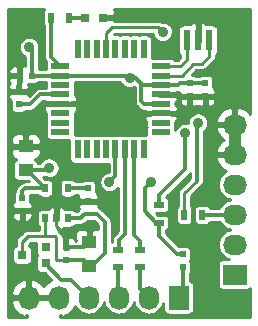
<source format=gtl>
G04 #@! TF.FileFunction,Copper,L1,Top,Signal*
%FSLAX46Y46*%
G04 Gerber Fmt 4.6, Leading zero omitted, Abs format (unit mm)*
G04 Created by KiCad (PCBNEW (2014-11-21 BZR 5297)-product) date Mo 02 Feb 2015 01:28:56 CET*
%MOMM*%
G01*
G04 APERTURE LIST*
%ADD10C,0.150000*%
%ADD11R,1.250000X1.000000*%
%ADD12R,0.500000X0.600000*%
%ADD13R,0.600000X0.500000*%
%ADD14R,0.797560X0.797560*%
%ADD15R,0.800100X0.800100*%
%ADD16R,1.600000X0.550000*%
%ADD17R,0.550000X1.600000*%
%ADD18R,2.032000X1.727200*%
%ADD19O,2.032000X1.727200*%
%ADD20R,1.727200X2.032000*%
%ADD21O,1.727200X2.032000*%
%ADD22R,0.500000X0.900000*%
%ADD23R,0.900000X0.500000*%
%ADD24R,0.508000X0.762000*%
%ADD25R,0.600000X1.800000*%
%ADD26C,0.889000*%
%ADD27C,0.300000*%
%ADD28C,0.254000*%
%ADD29C,1.000000*%
G04 APERTURE END LIST*
D10*
D11*
X161900000Y-121200000D03*
X161900000Y-119200000D03*
D12*
X159900000Y-120750000D03*
X159900000Y-119650000D03*
X161800000Y-114650000D03*
X161800000Y-115750000D03*
X156200000Y-115450000D03*
X156200000Y-116550000D03*
D11*
X156500000Y-113100000D03*
X156500000Y-111100000D03*
D12*
X155900000Y-107550000D03*
X155900000Y-106450000D03*
X170400000Y-105750000D03*
X170400000Y-106850000D03*
X171700000Y-105750000D03*
X171700000Y-106850000D03*
D13*
X157050000Y-105100000D03*
X155950000Y-105100000D03*
D12*
X169800000Y-120250000D03*
X169800000Y-121350000D03*
D14*
X161550700Y-100200000D03*
X163049300Y-100200000D03*
D15*
X158200760Y-121001040D03*
X158200760Y-119598960D03*
X156201780Y-120300000D03*
D16*
X167950000Y-109900000D03*
X167950000Y-109100000D03*
X167950000Y-108300000D03*
X167950000Y-107500000D03*
X167950000Y-106700000D03*
X167950000Y-105900000D03*
X167950000Y-105100000D03*
X167950000Y-104300000D03*
D17*
X166500000Y-102850000D03*
X165700000Y-102850000D03*
X164900000Y-102850000D03*
X164100000Y-102850000D03*
X163300000Y-102850000D03*
X162500000Y-102850000D03*
X161700000Y-102850000D03*
X160900000Y-102850000D03*
D16*
X159450000Y-104300000D03*
X159450000Y-105100000D03*
X159450000Y-105900000D03*
X159450000Y-106700000D03*
X159450000Y-107500000D03*
X159450000Y-108300000D03*
X159450000Y-109100000D03*
X159450000Y-109900000D03*
D17*
X160900000Y-111350000D03*
X161700000Y-111350000D03*
X162500000Y-111350000D03*
X163300000Y-111350000D03*
X164100000Y-111350000D03*
X164900000Y-111350000D03*
X165700000Y-111350000D03*
X166500000Y-111350000D03*
D18*
X174200000Y-121950000D03*
D19*
X174200000Y-119410000D03*
X174200000Y-116870000D03*
X174200000Y-114330000D03*
X174200000Y-111790000D03*
X174200000Y-109250000D03*
D20*
X169450000Y-123900000D03*
D21*
X166910000Y-123900000D03*
X164370000Y-123900000D03*
X161830000Y-123900000D03*
X159290000Y-123900000D03*
X156750000Y-123900000D03*
D22*
X171450000Y-116900000D03*
X169950000Y-116900000D03*
D23*
X164300000Y-121350000D03*
X164300000Y-119850000D03*
X166200000Y-121350000D03*
X166200000Y-119850000D03*
D22*
X160150000Y-100200000D03*
X158650000Y-100200000D03*
D23*
X167800000Y-116050000D03*
X167800000Y-117550000D03*
D24*
X158147500Y-117170000D03*
X160052500Y-117170000D03*
X158147500Y-114630000D03*
X159100000Y-117170000D03*
X160052500Y-114630000D03*
D25*
X170150000Y-102100000D03*
X171100000Y-102100000D03*
X172049999Y-102100000D03*
D26*
X156500000Y-109500000D03*
X163200000Y-107500000D03*
X156000000Y-103800000D03*
X161900000Y-117900000D03*
X171300000Y-118900000D03*
X158500000Y-112900000D03*
X156800000Y-102700000D03*
X170000000Y-110000000D03*
X165300000Y-105300000D03*
X167100000Y-114100000D03*
X163600000Y-114100000D03*
X171100000Y-109100000D03*
X168100000Y-101400000D03*
D27*
X161900000Y-121200000D02*
X162100000Y-121200000D01*
X159900000Y-120750000D02*
X161450000Y-120750000D01*
X161450000Y-120750000D02*
X161900000Y-121200000D01*
X158200760Y-117223260D02*
X158147500Y-117170000D01*
D28*
X159150000Y-120750000D02*
X159100000Y-120700000D01*
X159100000Y-120700000D02*
X159100000Y-118800000D01*
X159100000Y-118800000D02*
X159000000Y-118700000D01*
X159150000Y-120750000D02*
X159900000Y-120750000D01*
X158100000Y-118700000D02*
X159000000Y-118700000D01*
X156201780Y-120300000D02*
X156201780Y-119198220D01*
X156201780Y-119198220D02*
X156700000Y-118700000D01*
X156700000Y-118700000D02*
X158100000Y-118700000D01*
X158147500Y-118700000D02*
X158100000Y-118700000D01*
X158147500Y-117170000D02*
X158147500Y-118700000D01*
X161130000Y-117170000D02*
X161500000Y-116800000D01*
X161500000Y-116800000D02*
X162500000Y-116800000D01*
X162500000Y-116800000D02*
X163200000Y-117500000D01*
X163200000Y-117500000D02*
X163200000Y-118000000D01*
D27*
X163200000Y-120100000D02*
X163200000Y-118000000D01*
X163200000Y-120100000D02*
X162100000Y-121200000D01*
X163200000Y-117500000D02*
X163200000Y-118000000D01*
X162500000Y-116800000D02*
X163200000Y-117500000D01*
X161500000Y-116800000D02*
X162500000Y-116800000D01*
X161130000Y-117170000D02*
X161500000Y-116800000D01*
X160052500Y-117170000D02*
X161130000Y-117170000D01*
X156500000Y-111100000D02*
X156500000Y-109500000D01*
X156200000Y-116550000D02*
X157150000Y-116550000D01*
X157800000Y-115900000D02*
X159300000Y-115900000D01*
X157150000Y-116550000D02*
X157800000Y-115900000D01*
X159100000Y-117170000D02*
X159100000Y-116100000D01*
X159450000Y-115750000D02*
X161800000Y-115750000D01*
X159100000Y-116100000D02*
X159300000Y-115900000D01*
X159300000Y-115900000D02*
X159450000Y-115750000D01*
X159900000Y-119650000D02*
X161450000Y-119650000D01*
X159450000Y-107500000D02*
X163200000Y-107500000D01*
X165300000Y-108300000D02*
X167950000Y-108300000D01*
X163200000Y-107500000D02*
X164500000Y-107500000D01*
X164500000Y-107500000D02*
X165300000Y-108300000D01*
X155950000Y-105100000D02*
X155950000Y-106400000D01*
X155950000Y-106400000D02*
X155900000Y-106450000D01*
X174200000Y-109250000D02*
X174200000Y-107500000D01*
X173550000Y-106850000D02*
X171700000Y-106850000D01*
X174200000Y-107500000D02*
X173550000Y-106850000D01*
X171700000Y-106850000D02*
X170400000Y-106850000D01*
X167950000Y-108300000D02*
X169900000Y-108300000D01*
X170400000Y-107800000D02*
X170400000Y-106850000D01*
X169900000Y-108300000D02*
X170400000Y-107800000D01*
X167950000Y-106700000D02*
X169200000Y-106700000D01*
X169350000Y-106850000D02*
X170400000Y-106850000D01*
X169200000Y-106700000D02*
X169350000Y-106850000D01*
D28*
X155950000Y-103850000D02*
X156000000Y-103800000D01*
X155950000Y-105100000D02*
X155950000Y-103850000D01*
X159100000Y-117800000D02*
X159900000Y-118600000D01*
X159900000Y-118600000D02*
X159900000Y-119650000D01*
X159100000Y-117170000D02*
X159100000Y-117800000D01*
X161900000Y-119200000D02*
X161900000Y-118000000D01*
X161900000Y-118000000D02*
X161900000Y-117900000D01*
X161900000Y-118000000D02*
X161900000Y-117900000D01*
D27*
X170700000Y-100200000D02*
X171100000Y-100600000D01*
X171100000Y-100600000D02*
X171100000Y-102100000D01*
X163049300Y-100200000D02*
X170700000Y-100200000D01*
X172900000Y-100200000D02*
X170700000Y-100200000D01*
X174200000Y-101500000D02*
X172900000Y-100200000D01*
X174200000Y-109250000D02*
X174200000Y-101500000D01*
D28*
X172310000Y-111790000D02*
X172100000Y-112000000D01*
X172100000Y-112000000D02*
X172100000Y-114500000D01*
X172100000Y-114500000D02*
X170700000Y-115900000D01*
X170700000Y-115900000D02*
X170700000Y-118300000D01*
X170700000Y-118300000D02*
X171300000Y-118900000D01*
X174200000Y-111790000D02*
X172310000Y-111790000D01*
D29*
X174200000Y-109250000D02*
X174200000Y-111790000D01*
D27*
X161800000Y-114650000D02*
X160072500Y-114650000D01*
X160072500Y-114650000D02*
X160052500Y-114630000D01*
X158300000Y-113100000D02*
X158500000Y-112900000D01*
X156500000Y-113100000D02*
X158300000Y-113100000D01*
X157050000Y-102950000D02*
X157050000Y-105100000D01*
X156800000Y-102700000D02*
X157050000Y-102950000D01*
X156300000Y-113400000D02*
X156917500Y-113400000D01*
X156917500Y-113400000D02*
X158147500Y-114630000D01*
X156200000Y-115450000D02*
X156200000Y-114900000D01*
X156470000Y-114630000D02*
X158147500Y-114630000D01*
X156200000Y-114900000D02*
X156470000Y-114630000D01*
X159450000Y-105100000D02*
X165600000Y-105100000D01*
X165600000Y-105100000D02*
X166400000Y-105900000D01*
X157050000Y-105100000D02*
X159450000Y-105100000D01*
X171700000Y-105750000D02*
X170400000Y-105750000D01*
X167950000Y-105900000D02*
X169400000Y-105900000D01*
X169550000Y-105750000D02*
X170400000Y-105750000D01*
X169400000Y-105900000D02*
X169550000Y-105750000D01*
X167950000Y-105900000D02*
X166400000Y-105900000D01*
X166500000Y-107500000D02*
X167950000Y-107500000D01*
X166400000Y-105900000D02*
X166300000Y-106000000D01*
X166300000Y-106000000D02*
X166300000Y-107300000D01*
X166300000Y-107300000D02*
X166500000Y-107500000D01*
X167800000Y-115200000D02*
X170000000Y-113000000D01*
X170000000Y-113000000D02*
X170000000Y-110000000D01*
X167800000Y-116050000D02*
X167800000Y-115200000D01*
X155900000Y-107550000D02*
X156850000Y-107550000D01*
X157700000Y-106700000D02*
X159450000Y-106700000D01*
X156850000Y-107550000D02*
X157700000Y-106700000D01*
X167800000Y-118700000D02*
X169350000Y-120250000D01*
X169350000Y-120250000D02*
X169800000Y-120250000D01*
X167800000Y-117550000D02*
X167800000Y-118700000D01*
X166600000Y-116600000D02*
X166600000Y-114600000D01*
X166600000Y-114600000D02*
X167100000Y-114100000D01*
X163600000Y-114100000D02*
X164100000Y-113600000D01*
X164100000Y-113600000D02*
X164100000Y-111350000D01*
X167550000Y-117550000D02*
X166600000Y-116600000D01*
X167800000Y-117550000D02*
X167550000Y-117550000D01*
X169800000Y-121350000D02*
X169800000Y-123550000D01*
X169800000Y-123550000D02*
X169450000Y-123900000D01*
X160150000Y-100200000D02*
X161550700Y-100200000D01*
X158200760Y-121001040D02*
X158200760Y-121100760D01*
X159500000Y-122400000D02*
X160330000Y-122400000D01*
X158200760Y-121100760D02*
X159500000Y-122400000D01*
X160330000Y-122400000D02*
X161830000Y-123900000D01*
D28*
X169700000Y-105100000D02*
X170700000Y-104100000D01*
X170700000Y-104100000D02*
X171400000Y-104100000D01*
X171400000Y-104100000D02*
X172049999Y-103450001D01*
X172049999Y-103450001D02*
X172049999Y-102100000D01*
X167950000Y-105100000D02*
X169700000Y-105100000D01*
X170150000Y-103750000D02*
X169600000Y-104300000D01*
X169600000Y-104300000D02*
X167950000Y-104300000D01*
X170150000Y-102100000D02*
X170150000Y-103750000D01*
D27*
X171000000Y-109200000D02*
X171100000Y-109100000D01*
D28*
X169950000Y-115050000D02*
X169950000Y-116900000D01*
X163300000Y-102850000D02*
X163300000Y-101500000D01*
X163800000Y-101000000D02*
X163300000Y-101500000D01*
X167700000Y-101000000D02*
X163800000Y-101000000D01*
X168100000Y-101400000D02*
X167700000Y-101000000D01*
X169950000Y-115050000D02*
X171000000Y-114000000D01*
D27*
X171000000Y-114000000D02*
X171000000Y-109200000D01*
X158650000Y-100200000D02*
X158650000Y-103500000D01*
X158650000Y-103500000D02*
X159450000Y-104300000D01*
X164900000Y-111350000D02*
X164900000Y-118500000D01*
X164400000Y-119000000D02*
X164400000Y-119750000D01*
X164900000Y-118500000D02*
X164400000Y-119000000D01*
X164400000Y-119750000D02*
X164300000Y-119850000D01*
X166200000Y-119850000D02*
X166200000Y-119100000D01*
X165700000Y-118600000D02*
X165700000Y-111350000D01*
X166200000Y-119100000D02*
X165700000Y-118600000D01*
X171450000Y-116900000D02*
X174170000Y-116900000D01*
X174170000Y-116900000D02*
X174200000Y-116870000D01*
X166200000Y-121350000D02*
X166200000Y-123190000D01*
X166200000Y-123190000D02*
X166910000Y-123900000D01*
X164300000Y-121350000D02*
X164300000Y-123830000D01*
X164300000Y-123830000D02*
X164370000Y-123900000D01*
D28*
G36*
X162623000Y-118072053D02*
X162587542Y-118065000D01*
X162462458Y-118065000D01*
X162185750Y-118065000D01*
X162027000Y-118223750D01*
X162027000Y-119073000D01*
X162047000Y-119073000D01*
X162047000Y-119327000D01*
X162027000Y-119327000D01*
X162027000Y-119347000D01*
X161773000Y-119347000D01*
X161773000Y-119327000D01*
X161753000Y-119327000D01*
X161753000Y-119073000D01*
X161773000Y-119073000D01*
X161773000Y-118223750D01*
X161614250Y-118065000D01*
X161337542Y-118065000D01*
X161212458Y-118065000D01*
X161089777Y-118089403D01*
X160974215Y-118137270D01*
X160870211Y-118206763D01*
X160781763Y-118295211D01*
X160712270Y-118399215D01*
X160664403Y-118514777D01*
X160640000Y-118637458D01*
X160640000Y-118914250D01*
X160798748Y-119072998D01*
X160722581Y-119072998D01*
X160712730Y-119049215D01*
X160643237Y-118945211D01*
X160554789Y-118856763D01*
X160450785Y-118787270D01*
X160335223Y-118739403D01*
X160212542Y-118715000D01*
X160183750Y-118715000D01*
X160025000Y-118873750D01*
X160025000Y-119523000D01*
X160047000Y-119523000D01*
X160047000Y-119777000D01*
X160025000Y-119777000D01*
X160025000Y-119797000D01*
X159775000Y-119797000D01*
X159775000Y-119777000D01*
X159753000Y-119777000D01*
X159753000Y-119523000D01*
X159775000Y-119523000D01*
X159775000Y-118873750D01*
X159648879Y-118747629D01*
X159646025Y-118715000D01*
X159644546Y-118698091D01*
X159643733Y-118695293D01*
X159643449Y-118692394D01*
X159628649Y-118643376D01*
X159614381Y-118594262D01*
X159613041Y-118591678D01*
X159612199Y-118588887D01*
X159588158Y-118543673D01*
X159564623Y-118498270D01*
X159562806Y-118495994D01*
X159561438Y-118493421D01*
X159529099Y-118453770D01*
X159497168Y-118413770D01*
X159493168Y-118409714D01*
X159493102Y-118409633D01*
X159493026Y-118409570D01*
X159491737Y-118408263D01*
X159391737Y-118308263D01*
X159352207Y-118275793D01*
X159312992Y-118242887D01*
X159310437Y-118241482D01*
X159308188Y-118239635D01*
X159263086Y-118215451D01*
X159218244Y-118190799D01*
X159215469Y-118189919D01*
X159212900Y-118188541D01*
X159204588Y-118186000D01*
X159227002Y-118186000D01*
X159227002Y-118027252D01*
X159385750Y-118186000D01*
X159416542Y-118186000D01*
X159539223Y-118161597D01*
X159654785Y-118113730D01*
X159758789Y-118044237D01*
X159825026Y-117978000D01*
X159840556Y-117978000D01*
X160348556Y-117978000D01*
X160431051Y-117961591D01*
X160508761Y-117929402D01*
X160578697Y-117882672D01*
X160638173Y-117823197D01*
X160684903Y-117753260D01*
X160687495Y-117747000D01*
X161130000Y-117747000D01*
X161183042Y-117741799D01*
X161236140Y-117737153D01*
X161239050Y-117736307D01*
X161242073Y-117736011D01*
X161293123Y-117720598D01*
X161344280Y-117705736D01*
X161346973Y-117704340D01*
X161349878Y-117703463D01*
X161396949Y-117678435D01*
X161444257Y-117653913D01*
X161446627Y-117652020D01*
X161449307Y-117650596D01*
X161490605Y-117616913D01*
X161532265Y-117583657D01*
X161536492Y-117579488D01*
X161536574Y-117579422D01*
X161536636Y-117579346D01*
X161538001Y-117578001D01*
X161739002Y-117377000D01*
X162260998Y-117377000D01*
X162623000Y-117739001D01*
X162623000Y-118000000D01*
X162623000Y-118072053D01*
X162623000Y-118072053D01*
G37*
X162623000Y-118072053D02*
X162587542Y-118065000D01*
X162462458Y-118065000D01*
X162185750Y-118065000D01*
X162027000Y-118223750D01*
X162027000Y-119073000D01*
X162047000Y-119073000D01*
X162047000Y-119327000D01*
X162027000Y-119327000D01*
X162027000Y-119347000D01*
X161773000Y-119347000D01*
X161773000Y-119327000D01*
X161753000Y-119327000D01*
X161753000Y-119073000D01*
X161773000Y-119073000D01*
X161773000Y-118223750D01*
X161614250Y-118065000D01*
X161337542Y-118065000D01*
X161212458Y-118065000D01*
X161089777Y-118089403D01*
X160974215Y-118137270D01*
X160870211Y-118206763D01*
X160781763Y-118295211D01*
X160712270Y-118399215D01*
X160664403Y-118514777D01*
X160640000Y-118637458D01*
X160640000Y-118914250D01*
X160798748Y-119072998D01*
X160722581Y-119072998D01*
X160712730Y-119049215D01*
X160643237Y-118945211D01*
X160554789Y-118856763D01*
X160450785Y-118787270D01*
X160335223Y-118739403D01*
X160212542Y-118715000D01*
X160183750Y-118715000D01*
X160025000Y-118873750D01*
X160025000Y-119523000D01*
X160047000Y-119523000D01*
X160047000Y-119777000D01*
X160025000Y-119777000D01*
X160025000Y-119797000D01*
X159775000Y-119797000D01*
X159775000Y-119777000D01*
X159753000Y-119777000D01*
X159753000Y-119523000D01*
X159775000Y-119523000D01*
X159775000Y-118873750D01*
X159648879Y-118747629D01*
X159646025Y-118715000D01*
X159644546Y-118698091D01*
X159643733Y-118695293D01*
X159643449Y-118692394D01*
X159628649Y-118643376D01*
X159614381Y-118594262D01*
X159613041Y-118591678D01*
X159612199Y-118588887D01*
X159588158Y-118543673D01*
X159564623Y-118498270D01*
X159562806Y-118495994D01*
X159561438Y-118493421D01*
X159529099Y-118453770D01*
X159497168Y-118413770D01*
X159493168Y-118409714D01*
X159493102Y-118409633D01*
X159493026Y-118409570D01*
X159491737Y-118408263D01*
X159391737Y-118308263D01*
X159352207Y-118275793D01*
X159312992Y-118242887D01*
X159310437Y-118241482D01*
X159308188Y-118239635D01*
X159263086Y-118215451D01*
X159218244Y-118190799D01*
X159215469Y-118189919D01*
X159212900Y-118188541D01*
X159204588Y-118186000D01*
X159227002Y-118186000D01*
X159227002Y-118027252D01*
X159385750Y-118186000D01*
X159416542Y-118186000D01*
X159539223Y-118161597D01*
X159654785Y-118113730D01*
X159758789Y-118044237D01*
X159825026Y-117978000D01*
X159840556Y-117978000D01*
X160348556Y-117978000D01*
X160431051Y-117961591D01*
X160508761Y-117929402D01*
X160578697Y-117882672D01*
X160638173Y-117823197D01*
X160684903Y-117753260D01*
X160687495Y-117747000D01*
X161130000Y-117747000D01*
X161183042Y-117741799D01*
X161236140Y-117737153D01*
X161239050Y-117736307D01*
X161242073Y-117736011D01*
X161293123Y-117720598D01*
X161344280Y-117705736D01*
X161346973Y-117704340D01*
X161349878Y-117703463D01*
X161396949Y-117678435D01*
X161444257Y-117653913D01*
X161446627Y-117652020D01*
X161449307Y-117650596D01*
X161490605Y-117616913D01*
X161532265Y-117583657D01*
X161536492Y-117579488D01*
X161536574Y-117579422D01*
X161536636Y-117579346D01*
X161538001Y-117578001D01*
X161739002Y-117377000D01*
X162260998Y-117377000D01*
X162623000Y-117739001D01*
X162623000Y-118000000D01*
X162623000Y-118072053D01*
G36*
X175523000Y-125523000D02*
X159417002Y-125523000D01*
X159417002Y-125386218D01*
X159649026Y-125507358D01*
X159664789Y-125504709D01*
X159940919Y-125403686D01*
X160192035Y-125250733D01*
X160408486Y-125051729D01*
X160581954Y-124814321D01*
X160672730Y-124618801D01*
X160755032Y-124773589D01*
X160914228Y-124968783D01*
X161108306Y-125129338D01*
X161329872Y-125249139D01*
X161570489Y-125323622D01*
X161820990Y-125349951D01*
X162071834Y-125327122D01*
X162313467Y-125256005D01*
X162536685Y-125139310D01*
X162732986Y-124981480D01*
X162894891Y-124788528D01*
X163016236Y-124567803D01*
X163092397Y-124327713D01*
X163099500Y-124264384D01*
X163103979Y-124310061D01*
X163176781Y-124551191D01*
X163295032Y-124773589D01*
X163454228Y-124968783D01*
X163648306Y-125129338D01*
X163869872Y-125249139D01*
X164110489Y-125323622D01*
X164360990Y-125349951D01*
X164611834Y-125327122D01*
X164853467Y-125256005D01*
X165076685Y-125139310D01*
X165272986Y-124981480D01*
X165434891Y-124788528D01*
X165556236Y-124567803D01*
X165632397Y-124327713D01*
X165639500Y-124264384D01*
X165643979Y-124310061D01*
X165716781Y-124551191D01*
X165835032Y-124773589D01*
X165994228Y-124968783D01*
X166188306Y-125129338D01*
X166409872Y-125249139D01*
X166650489Y-125323622D01*
X166900990Y-125349951D01*
X167151834Y-125327122D01*
X167393467Y-125256005D01*
X167616685Y-125139310D01*
X167812986Y-124981480D01*
X167974891Y-124788528D01*
X168096236Y-124567803D01*
X168159400Y-124368684D01*
X168159400Y-124958056D01*
X168175809Y-125040551D01*
X168207998Y-125118261D01*
X168254728Y-125188197D01*
X168314203Y-125247673D01*
X168384140Y-125294403D01*
X168461849Y-125326591D01*
X168544344Y-125343000D01*
X168628456Y-125343000D01*
X170355656Y-125343000D01*
X170438151Y-125326591D01*
X170515861Y-125294402D01*
X170585797Y-125247672D01*
X170645273Y-125188197D01*
X170692003Y-125118260D01*
X170724191Y-125040551D01*
X170740600Y-124958056D01*
X170740600Y-124873944D01*
X170740600Y-122841944D01*
X170724191Y-122759449D01*
X170692002Y-122681739D01*
X170645272Y-122611803D01*
X170585797Y-122552327D01*
X170515860Y-122505597D01*
X170438151Y-122473409D01*
X170377000Y-122461245D01*
X170377000Y-121926869D01*
X170381673Y-121922197D01*
X170428403Y-121852260D01*
X170460591Y-121774551D01*
X170477000Y-121692056D01*
X170477000Y-121607944D01*
X170477000Y-121007944D01*
X170460591Y-120925449D01*
X170428402Y-120847739D01*
X170396504Y-120800000D01*
X170428403Y-120752260D01*
X170460591Y-120674551D01*
X170477000Y-120592056D01*
X170477000Y-120507944D01*
X170477000Y-119907944D01*
X170460591Y-119825449D01*
X170428402Y-119747739D01*
X170381672Y-119677803D01*
X170322197Y-119618327D01*
X170252260Y-119571597D01*
X170174551Y-119539409D01*
X170092056Y-119523000D01*
X170007944Y-119523000D01*
X169507944Y-119523000D01*
X169450440Y-119534438D01*
X168377000Y-118460998D01*
X168377000Y-118209576D01*
X168452261Y-118178402D01*
X168522197Y-118131672D01*
X168581673Y-118072197D01*
X168628403Y-118002260D01*
X168660591Y-117924551D01*
X168677000Y-117842056D01*
X168677000Y-117757944D01*
X168677000Y-117257944D01*
X168660591Y-117175449D01*
X168628402Y-117097739D01*
X168581672Y-117027803D01*
X168522197Y-116968327D01*
X168452260Y-116921597D01*
X168374551Y-116889409D01*
X168292056Y-116873000D01*
X168207944Y-116873000D01*
X167689002Y-116873000D01*
X167543002Y-116727000D01*
X168292056Y-116727000D01*
X168374551Y-116710591D01*
X168452261Y-116678402D01*
X168522197Y-116631672D01*
X168581673Y-116572197D01*
X168628403Y-116502260D01*
X168660591Y-116424551D01*
X168677000Y-116342056D01*
X168677000Y-116257944D01*
X168677000Y-115757944D01*
X168660591Y-115675449D01*
X168628402Y-115597739D01*
X168581672Y-115527803D01*
X168522197Y-115468327D01*
X168452260Y-115421597D01*
X168411350Y-115404651D01*
X170408001Y-113408000D01*
X170423000Y-113389740D01*
X170423000Y-113793526D01*
X169558263Y-114658263D01*
X169525793Y-114697792D01*
X169492887Y-114737008D01*
X169491482Y-114739562D01*
X169489635Y-114741812D01*
X169465451Y-114786913D01*
X169440799Y-114831756D01*
X169439919Y-114834530D01*
X169438541Y-114837100D01*
X169423577Y-114886044D01*
X169408106Y-114934817D01*
X169407781Y-114937714D01*
X169406930Y-114940498D01*
X169401763Y-114991360D01*
X169396054Y-115042265D01*
X169396014Y-115047965D01*
X169396004Y-115048066D01*
X169396012Y-115048159D01*
X169396000Y-115050000D01*
X169396000Y-116150130D01*
X169368327Y-116177803D01*
X169321597Y-116247740D01*
X169289409Y-116325449D01*
X169273000Y-116407944D01*
X169273000Y-116492056D01*
X169273000Y-117392056D01*
X169289409Y-117474551D01*
X169321598Y-117552261D01*
X169368328Y-117622197D01*
X169427803Y-117681673D01*
X169497740Y-117728403D01*
X169575449Y-117760591D01*
X169657944Y-117777000D01*
X169742056Y-117777000D01*
X170242056Y-117777000D01*
X170324551Y-117760591D01*
X170402261Y-117728402D01*
X170472197Y-117681672D01*
X170531673Y-117622197D01*
X170578403Y-117552260D01*
X170610591Y-117474551D01*
X170627000Y-117392056D01*
X170627000Y-117307944D01*
X170627000Y-116407944D01*
X170610591Y-116325449D01*
X170578402Y-116247739D01*
X170531672Y-116177803D01*
X170504000Y-116150130D01*
X170504000Y-115279474D01*
X171283918Y-114499555D01*
X171315944Y-114482813D01*
X171403706Y-114412251D01*
X171476090Y-114325986D01*
X171530341Y-114227304D01*
X171564391Y-114119965D01*
X171576944Y-114008056D01*
X171577000Y-114000000D01*
X171577000Y-109829512D01*
X171639145Y-109790074D01*
X171762913Y-109672212D01*
X171861431Y-109532553D01*
X171930947Y-109376419D01*
X171968812Y-109209756D01*
X171971538Y-109014545D01*
X171938341Y-108846890D01*
X171873212Y-108688876D01*
X171778632Y-108546521D01*
X171658203Y-108425248D01*
X171575000Y-108369127D01*
X171575000Y-107626250D01*
X171575000Y-106977000D01*
X171126250Y-106977000D01*
X170973750Y-106977000D01*
X170525000Y-106977000D01*
X170525000Y-107626250D01*
X170683750Y-107785000D01*
X170712542Y-107785000D01*
X170835223Y-107760597D01*
X170950785Y-107712730D01*
X171050000Y-107646436D01*
X171149215Y-107712730D01*
X171264777Y-107760597D01*
X171387458Y-107785000D01*
X171416250Y-107785000D01*
X171575000Y-107626250D01*
X171575000Y-108369127D01*
X171516512Y-108329677D01*
X171358957Y-108263446D01*
X171191537Y-108229080D01*
X171020632Y-108227887D01*
X170852749Y-108259912D01*
X170694284Y-108323936D01*
X170551272Y-108417520D01*
X170429162Y-108537100D01*
X170332603Y-108678120D01*
X170275000Y-108812519D01*
X170275000Y-107626250D01*
X170275000Y-106977000D01*
X169673750Y-106977000D01*
X169515000Y-107135750D01*
X169515000Y-107212542D01*
X169539403Y-107335223D01*
X169587270Y-107450785D01*
X169656763Y-107554789D01*
X169745211Y-107643237D01*
X169849215Y-107712730D01*
X169964777Y-107760597D01*
X170087458Y-107785000D01*
X170116250Y-107785000D01*
X170275000Y-107626250D01*
X170275000Y-108812519D01*
X170265275Y-108835210D01*
X170229741Y-109002385D01*
X170227581Y-109157005D01*
X170091537Y-109129080D01*
X169920632Y-109127887D01*
X169752749Y-109159912D01*
X169594284Y-109223936D01*
X169451272Y-109317520D01*
X169329162Y-109437100D01*
X169232603Y-109578120D01*
X169177000Y-109707853D01*
X169177000Y-109582944D01*
X169160591Y-109500449D01*
X169160405Y-109500000D01*
X169160591Y-109499551D01*
X169177000Y-109417056D01*
X169177000Y-109332944D01*
X169177000Y-109046026D01*
X169243237Y-108979789D01*
X169312730Y-108875785D01*
X169360597Y-108760223D01*
X169385000Y-108637542D01*
X169385000Y-108585750D01*
X169226250Y-108427000D01*
X168904948Y-108427000D01*
X168874551Y-108414409D01*
X168792056Y-108398000D01*
X168707944Y-108398000D01*
X167107944Y-108398000D01*
X167025449Y-108414409D01*
X166995052Y-108427000D01*
X166673750Y-108427000D01*
X166515000Y-108585750D01*
X166515000Y-108637542D01*
X166539403Y-108760223D01*
X166587270Y-108875785D01*
X166656763Y-108979789D01*
X166723000Y-109046026D01*
X166723000Y-109417056D01*
X166739409Y-109499551D01*
X166739594Y-109499999D01*
X166739409Y-109500449D01*
X166723000Y-109582944D01*
X166723000Y-109667056D01*
X166723000Y-110123000D01*
X166182944Y-110123000D01*
X166100449Y-110139409D01*
X166100000Y-110139594D01*
X166099551Y-110139409D01*
X166017056Y-110123000D01*
X165932944Y-110123000D01*
X165382944Y-110123000D01*
X165300449Y-110139409D01*
X165300000Y-110139594D01*
X165299551Y-110139409D01*
X165217056Y-110123000D01*
X165132944Y-110123000D01*
X164582944Y-110123000D01*
X164500449Y-110139409D01*
X164500000Y-110139594D01*
X164499551Y-110139409D01*
X164417056Y-110123000D01*
X164332944Y-110123000D01*
X163782944Y-110123000D01*
X163700449Y-110139409D01*
X163700000Y-110139594D01*
X163699551Y-110139409D01*
X163617056Y-110123000D01*
X163532944Y-110123000D01*
X162982944Y-110123000D01*
X162900449Y-110139409D01*
X162900000Y-110139594D01*
X162899551Y-110139409D01*
X162817056Y-110123000D01*
X162732944Y-110123000D01*
X162182944Y-110123000D01*
X162100449Y-110139409D01*
X162100000Y-110139594D01*
X162099551Y-110139409D01*
X162017056Y-110123000D01*
X161932944Y-110123000D01*
X161382944Y-110123000D01*
X161300449Y-110139409D01*
X161300000Y-110139594D01*
X161299551Y-110139409D01*
X161217056Y-110123000D01*
X161132944Y-110123000D01*
X160677000Y-110123000D01*
X160677000Y-109582944D01*
X160660591Y-109500449D01*
X160660405Y-109500000D01*
X160660591Y-109499551D01*
X160677000Y-109417056D01*
X160677000Y-109332944D01*
X160677000Y-108782944D01*
X160660591Y-108700449D01*
X160660405Y-108700000D01*
X160660591Y-108699551D01*
X160677000Y-108617056D01*
X160677000Y-108532944D01*
X160677000Y-108246026D01*
X160743237Y-108179789D01*
X160812730Y-108075785D01*
X160860597Y-107960223D01*
X160885000Y-107837542D01*
X160885000Y-107785750D01*
X160726250Y-107627000D01*
X160404948Y-107627000D01*
X160374551Y-107614409D01*
X160292056Y-107598000D01*
X160207944Y-107598000D01*
X158607944Y-107598000D01*
X158525449Y-107614409D01*
X158495052Y-107627000D01*
X158173750Y-107627000D01*
X158015000Y-107785750D01*
X158015000Y-107837542D01*
X158039403Y-107960223D01*
X158087270Y-108075785D01*
X158156763Y-108179789D01*
X158223000Y-108246026D01*
X158223000Y-108617056D01*
X158239409Y-108699551D01*
X158239594Y-108699999D01*
X158239409Y-108700449D01*
X158223000Y-108782944D01*
X158223000Y-108867056D01*
X158223000Y-109417056D01*
X158239409Y-109499551D01*
X158239594Y-109499999D01*
X158239409Y-109500449D01*
X158223000Y-109582944D01*
X158223000Y-109667056D01*
X158223000Y-110217056D01*
X158239409Y-110299551D01*
X158271598Y-110377261D01*
X158318328Y-110447197D01*
X158377803Y-110506673D01*
X158447740Y-110553403D01*
X158525449Y-110585591D01*
X158607944Y-110602000D01*
X158692056Y-110602000D01*
X160198000Y-110602000D01*
X160198000Y-112192056D01*
X160214409Y-112274551D01*
X160246598Y-112352261D01*
X160293328Y-112422197D01*
X160352803Y-112481673D01*
X160422740Y-112528403D01*
X160500449Y-112560591D01*
X160582944Y-112577000D01*
X160667056Y-112577000D01*
X161217056Y-112577000D01*
X161299551Y-112560591D01*
X161299999Y-112560405D01*
X161300449Y-112560591D01*
X161382944Y-112577000D01*
X161467056Y-112577000D01*
X162017056Y-112577000D01*
X162099551Y-112560591D01*
X162099999Y-112560405D01*
X162100449Y-112560591D01*
X162182944Y-112577000D01*
X162267056Y-112577000D01*
X162817056Y-112577000D01*
X162899551Y-112560591D01*
X162899999Y-112560405D01*
X162900449Y-112560591D01*
X162982944Y-112577000D01*
X163067056Y-112577000D01*
X163523000Y-112577000D01*
X163523000Y-113227903D01*
X163520632Y-113227887D01*
X163352749Y-113259912D01*
X163194284Y-113323936D01*
X163051272Y-113417520D01*
X162929162Y-113537100D01*
X162832603Y-113678120D01*
X162765275Y-113835210D01*
X162729741Y-114002385D01*
X162727354Y-114173278D01*
X162758207Y-114341380D01*
X162821123Y-114500288D01*
X162913706Y-114643950D01*
X163032430Y-114766892D01*
X163172773Y-114864433D01*
X163329389Y-114932856D01*
X163496312Y-114969557D01*
X163667184Y-114973136D01*
X163835498Y-114943458D01*
X163994841Y-114881653D01*
X164139145Y-114790074D01*
X164262913Y-114672212D01*
X164323000Y-114587032D01*
X164323000Y-118260998D01*
X163991999Y-118591999D01*
X163958143Y-118633215D01*
X163923910Y-118674014D01*
X163922449Y-118676669D01*
X163920522Y-118679017D01*
X163895306Y-118726044D01*
X163869659Y-118772696D01*
X163868742Y-118775584D01*
X163867307Y-118778262D01*
X163851700Y-118829307D01*
X163835609Y-118880035D01*
X163835271Y-118883045D01*
X163834383Y-118885951D01*
X163828996Y-118938981D01*
X163823056Y-118991944D01*
X163823014Y-118997880D01*
X163823004Y-118997986D01*
X163823013Y-118998084D01*
X163823000Y-119000000D01*
X163823000Y-119173000D01*
X163807944Y-119173000D01*
X163777000Y-119179155D01*
X163777000Y-118000000D01*
X163777000Y-117500000D01*
X163771794Y-117446912D01*
X163767153Y-117393860D01*
X163766307Y-117390949D01*
X163766011Y-117387927D01*
X163750598Y-117336876D01*
X163735736Y-117285720D01*
X163734340Y-117283027D01*
X163733463Y-117280122D01*
X163708414Y-117233011D01*
X163683912Y-117185743D01*
X163682022Y-117183376D01*
X163680596Y-117180693D01*
X163646891Y-117139367D01*
X163613657Y-117097735D01*
X163609492Y-117093511D01*
X163609422Y-117093426D01*
X163609342Y-117093360D01*
X163608000Y-117091999D01*
X162908001Y-116391999D01*
X162866784Y-116358143D01*
X162825986Y-116323910D01*
X162823330Y-116322449D01*
X162820983Y-116320522D01*
X162773955Y-116295306D01*
X162727304Y-116269659D01*
X162724415Y-116268742D01*
X162721738Y-116267307D01*
X162670692Y-116251700D01*
X162655736Y-116246956D01*
X162660597Y-116235223D01*
X162685000Y-116112542D01*
X162685000Y-116035750D01*
X162685000Y-115464250D01*
X162685000Y-115387458D01*
X162660597Y-115264777D01*
X162612730Y-115149215D01*
X162543237Y-115045211D01*
X162477000Y-114978974D01*
X162477000Y-114907944D01*
X162477000Y-114307944D01*
X162460591Y-114225449D01*
X162428402Y-114147739D01*
X162381672Y-114077803D01*
X162322197Y-114018327D01*
X162252260Y-113971597D01*
X162174551Y-113939409D01*
X162092056Y-113923000D01*
X162007944Y-113923000D01*
X161507944Y-113923000D01*
X161425449Y-113939409D01*
X161347739Y-113971598D01*
X161277803Y-114018328D01*
X161223130Y-114073000D01*
X160695779Y-114073000D01*
X160684902Y-114046739D01*
X160638172Y-113976803D01*
X160578697Y-113917327D01*
X160508760Y-113870597D01*
X160431051Y-113838409D01*
X160348556Y-113822000D01*
X160264444Y-113822000D01*
X159756444Y-113822000D01*
X159673949Y-113838409D01*
X159596239Y-113870598D01*
X159526303Y-113917328D01*
X159466827Y-113976803D01*
X159420097Y-114046740D01*
X159387909Y-114124449D01*
X159371538Y-114206752D01*
X159371538Y-112814545D01*
X159338341Y-112646890D01*
X159273212Y-112488876D01*
X159178632Y-112346521D01*
X159058203Y-112225248D01*
X158916512Y-112129677D01*
X158758957Y-112063446D01*
X158591537Y-112029080D01*
X158420632Y-112027887D01*
X158252749Y-112059912D01*
X158094284Y-112123936D01*
X157951272Y-112217520D01*
X157829162Y-112337100D01*
X157732603Y-112478120D01*
X157713367Y-112523000D01*
X157545049Y-112523000D01*
X157535591Y-112475449D01*
X157503402Y-112397739D01*
X157456672Y-112327803D01*
X157397197Y-112268327D01*
X157327260Y-112221597D01*
X157303791Y-112211876D01*
X157310223Y-112210597D01*
X157425785Y-112162730D01*
X157529789Y-112093237D01*
X157618237Y-112004789D01*
X157687730Y-111900785D01*
X157735597Y-111785223D01*
X157760000Y-111662542D01*
X157760000Y-111385750D01*
X157760000Y-110814250D01*
X157760000Y-110537458D01*
X157735597Y-110414777D01*
X157687730Y-110299215D01*
X157618237Y-110195211D01*
X157529789Y-110106763D01*
X157425785Y-110037270D01*
X157310223Y-109989403D01*
X157187542Y-109965000D01*
X157062458Y-109965000D01*
X156785750Y-109965000D01*
X156627000Y-110123750D01*
X156627000Y-110973000D01*
X157601250Y-110973000D01*
X157760000Y-110814250D01*
X157760000Y-111385750D01*
X157601250Y-111227000D01*
X156627000Y-111227000D01*
X156627000Y-111247000D01*
X156373000Y-111247000D01*
X156373000Y-111227000D01*
X156373000Y-110973000D01*
X156373000Y-110123750D01*
X156214250Y-109965000D01*
X155937542Y-109965000D01*
X155812458Y-109965000D01*
X155689777Y-109989403D01*
X155574215Y-110037270D01*
X155470211Y-110106763D01*
X155381763Y-110195211D01*
X155312270Y-110299215D01*
X155264403Y-110414777D01*
X155240000Y-110537458D01*
X155240000Y-110814250D01*
X155398750Y-110973000D01*
X156373000Y-110973000D01*
X156373000Y-111227000D01*
X155398750Y-111227000D01*
X155240000Y-111385750D01*
X155240000Y-111662542D01*
X155264403Y-111785223D01*
X155312270Y-111900785D01*
X155381763Y-112004789D01*
X155470211Y-112093237D01*
X155574215Y-112162730D01*
X155689777Y-112210597D01*
X155696208Y-112211876D01*
X155672739Y-112221598D01*
X155602803Y-112268328D01*
X155543327Y-112327803D01*
X155496597Y-112397740D01*
X155464409Y-112475449D01*
X155448000Y-112557944D01*
X155448000Y-112642056D01*
X155448000Y-113642056D01*
X155464409Y-113724551D01*
X155496598Y-113802261D01*
X155543328Y-113872197D01*
X155602803Y-113931673D01*
X155672740Y-113978403D01*
X155750449Y-114010591D01*
X155832944Y-114027000D01*
X155917056Y-114027000D01*
X156728498Y-114027000D01*
X156754498Y-114053000D01*
X156470000Y-114053000D01*
X156417002Y-114058196D01*
X156363861Y-114062846D01*
X156360945Y-114063693D01*
X156357927Y-114063989D01*
X156306892Y-114079397D01*
X156255721Y-114094264D01*
X156253029Y-114095659D01*
X156250122Y-114096537D01*
X156203012Y-114121585D01*
X156155744Y-114146087D01*
X156153375Y-114147977D01*
X156150693Y-114149404D01*
X156109379Y-114183099D01*
X156067736Y-114216342D01*
X156063511Y-114220508D01*
X156063426Y-114220578D01*
X156063360Y-114220657D01*
X156062000Y-114221999D01*
X155791999Y-114491999D01*
X155758143Y-114533215D01*
X155723910Y-114574014D01*
X155722449Y-114576669D01*
X155720522Y-114579017D01*
X155695306Y-114626044D01*
X155669659Y-114672696D01*
X155668742Y-114675584D01*
X155667307Y-114678262D01*
X155651700Y-114729307D01*
X155635609Y-114780035D01*
X155635271Y-114783045D01*
X155634383Y-114785951D01*
X155628996Y-114838981D01*
X155625440Y-114870690D01*
X155618327Y-114877803D01*
X155571597Y-114947740D01*
X155539409Y-115025449D01*
X155523000Y-115107944D01*
X155523000Y-115192056D01*
X155523000Y-115778974D01*
X155456763Y-115845211D01*
X155387270Y-115949215D01*
X155339403Y-116064777D01*
X155315000Y-116187458D01*
X155315000Y-116264250D01*
X155473750Y-116423000D01*
X156075000Y-116423000D01*
X156075000Y-116403000D01*
X156325000Y-116403000D01*
X156325000Y-116423000D01*
X156926250Y-116423000D01*
X157085000Y-116264250D01*
X157085000Y-116187458D01*
X157060597Y-116064777D01*
X157012730Y-115949215D01*
X156943237Y-115845211D01*
X156877000Y-115778974D01*
X156877000Y-115707944D01*
X156877000Y-115207000D01*
X157512504Y-115207000D01*
X157515098Y-115213261D01*
X157561828Y-115283197D01*
X157621303Y-115342673D01*
X157691240Y-115389403D01*
X157768949Y-115421591D01*
X157851444Y-115438000D01*
X157935556Y-115438000D01*
X158443556Y-115438000D01*
X158526051Y-115421591D01*
X158603761Y-115389402D01*
X158673697Y-115342672D01*
X158733173Y-115283197D01*
X158779903Y-115213260D01*
X158812091Y-115135551D01*
X158828500Y-115053056D01*
X158828500Y-114968944D01*
X158828500Y-114206944D01*
X158812091Y-114124449D01*
X158779902Y-114046739D01*
X158733172Y-113976803D01*
X158673697Y-113917327D01*
X158603760Y-113870597D01*
X158526051Y-113838409D01*
X158443556Y-113822000D01*
X158359444Y-113822000D01*
X158155501Y-113822000D01*
X158010501Y-113677000D01*
X158101538Y-113677000D01*
X158229389Y-113732856D01*
X158396312Y-113769557D01*
X158567184Y-113773136D01*
X158735498Y-113743458D01*
X158894841Y-113681653D01*
X159039145Y-113590074D01*
X159162913Y-113472212D01*
X159261431Y-113332553D01*
X159330947Y-113176419D01*
X159368812Y-113009756D01*
X159371538Y-112814545D01*
X159371538Y-114206752D01*
X159371500Y-114206944D01*
X159371500Y-114291056D01*
X159371500Y-115053056D01*
X159387909Y-115135551D01*
X159420098Y-115213261D01*
X159466828Y-115283197D01*
X159526303Y-115342673D01*
X159596240Y-115389403D01*
X159673949Y-115421591D01*
X159756444Y-115438000D01*
X159840556Y-115438000D01*
X160348556Y-115438000D01*
X160431051Y-115421591D01*
X160508761Y-115389402D01*
X160578697Y-115342672D01*
X160638173Y-115283197D01*
X160675722Y-115227000D01*
X160955050Y-115227000D01*
X160939403Y-115264777D01*
X160915000Y-115387458D01*
X160915000Y-115464250D01*
X161073750Y-115623000D01*
X161675000Y-115623000D01*
X161675000Y-115603000D01*
X161925000Y-115603000D01*
X161925000Y-115623000D01*
X162526250Y-115623000D01*
X162685000Y-115464250D01*
X162685000Y-116035750D01*
X162526250Y-115877000D01*
X161925000Y-115877000D01*
X161925000Y-115897000D01*
X161675000Y-115897000D01*
X161675000Y-115877000D01*
X161073750Y-115877000D01*
X160915000Y-116035750D01*
X160915000Y-116112542D01*
X160939403Y-116235223D01*
X160987270Y-116350785D01*
X161045726Y-116438271D01*
X160890998Y-116593000D01*
X160687495Y-116593000D01*
X160684902Y-116586739D01*
X160638172Y-116516803D01*
X160578697Y-116457327D01*
X160508760Y-116410597D01*
X160431051Y-116378409D01*
X160348556Y-116362000D01*
X160264444Y-116362000D01*
X159825026Y-116362000D01*
X159758789Y-116295763D01*
X159654785Y-116226270D01*
X159539223Y-116178403D01*
X159416542Y-116154000D01*
X159385750Y-116154000D01*
X159227000Y-116312750D01*
X159227000Y-117043000D01*
X159247000Y-117043000D01*
X159247000Y-117297000D01*
X159227000Y-117297000D01*
X159227000Y-117317000D01*
X158973000Y-117317000D01*
X158973000Y-117297000D01*
X158953000Y-117297000D01*
X158953000Y-117043000D01*
X158973000Y-117043000D01*
X158973000Y-116312750D01*
X158814250Y-116154000D01*
X158783458Y-116154000D01*
X158660777Y-116178403D01*
X158545215Y-116226270D01*
X158441211Y-116295763D01*
X158374974Y-116362000D01*
X158359444Y-116362000D01*
X157851444Y-116362000D01*
X157768949Y-116378409D01*
X157691239Y-116410598D01*
X157621303Y-116457328D01*
X157561827Y-116516803D01*
X157515097Y-116586740D01*
X157482909Y-116664449D01*
X157466500Y-116746944D01*
X157466500Y-116831056D01*
X157466500Y-117593056D01*
X157482909Y-117675551D01*
X157515098Y-117753261D01*
X157561828Y-117823197D01*
X157593500Y-117854869D01*
X157593500Y-118146000D01*
X157085000Y-118146000D01*
X157085000Y-116912542D01*
X157085000Y-116835750D01*
X156926250Y-116677000D01*
X156325000Y-116677000D01*
X156325000Y-117326250D01*
X156483750Y-117485000D01*
X156512542Y-117485000D01*
X156635223Y-117460597D01*
X156750785Y-117412730D01*
X156854789Y-117343237D01*
X156943237Y-117254789D01*
X157012730Y-117150785D01*
X157060597Y-117035223D01*
X157085000Y-116912542D01*
X157085000Y-118146000D01*
X156700000Y-118146000D01*
X156649040Y-118150996D01*
X156598091Y-118155454D01*
X156595293Y-118156266D01*
X156592394Y-118156551D01*
X156543376Y-118171350D01*
X156494262Y-118185619D01*
X156491678Y-118186958D01*
X156488887Y-118187801D01*
X156443693Y-118211831D01*
X156398269Y-118235377D01*
X156395991Y-118237195D01*
X156393421Y-118238562D01*
X156353792Y-118270882D01*
X156313770Y-118302832D01*
X156309714Y-118306831D01*
X156309633Y-118306898D01*
X156309570Y-118306973D01*
X156308263Y-118308263D01*
X156075000Y-118541526D01*
X156075000Y-117326250D01*
X156075000Y-116677000D01*
X155473750Y-116677000D01*
X155315000Y-116835750D01*
X155315000Y-116912542D01*
X155339403Y-117035223D01*
X155387270Y-117150785D01*
X155456763Y-117254789D01*
X155545211Y-117343237D01*
X155649215Y-117412730D01*
X155764777Y-117460597D01*
X155887458Y-117485000D01*
X155916250Y-117485000D01*
X156075000Y-117326250D01*
X156075000Y-118541526D01*
X155810043Y-118806483D01*
X155777573Y-118846012D01*
X155744667Y-118885228D01*
X155743262Y-118887782D01*
X155741415Y-118890032D01*
X155717231Y-118935133D01*
X155692579Y-118979976D01*
X155691699Y-118982750D01*
X155690321Y-118985320D01*
X155675357Y-119034264D01*
X155659886Y-119083037D01*
X155659561Y-119085934D01*
X155658710Y-119088718D01*
X155653543Y-119139580D01*
X155647834Y-119190485D01*
X155647794Y-119196185D01*
X155647784Y-119196286D01*
X155647792Y-119196379D01*
X155647780Y-119198220D01*
X155647780Y-119501536D01*
X155599469Y-119521548D01*
X155529533Y-119568278D01*
X155470057Y-119627753D01*
X155423327Y-119697690D01*
X155391139Y-119775399D01*
X155374730Y-119857894D01*
X155374730Y-119942006D01*
X155374730Y-120742106D01*
X155391139Y-120824601D01*
X155423328Y-120902311D01*
X155470058Y-120972247D01*
X155529533Y-121031723D01*
X155599470Y-121078453D01*
X155677179Y-121110641D01*
X155759674Y-121127050D01*
X155843786Y-121127050D01*
X156643886Y-121127050D01*
X156726381Y-121110641D01*
X156804091Y-121078452D01*
X156874027Y-121031722D01*
X156933503Y-120972247D01*
X156980233Y-120902310D01*
X157012421Y-120824601D01*
X157028830Y-120742106D01*
X157028830Y-120657994D01*
X157028830Y-119857894D01*
X157012421Y-119775399D01*
X156980232Y-119697689D01*
X156933502Y-119627753D01*
X156874027Y-119568277D01*
X156804090Y-119521547D01*
X156755780Y-119501536D01*
X156755780Y-119427694D01*
X156929474Y-119254000D01*
X157373710Y-119254000D01*
X157373710Y-120041066D01*
X157390119Y-120123561D01*
X157422308Y-120201271D01*
X157469038Y-120271207D01*
X157497830Y-120299999D01*
X157469037Y-120328793D01*
X157422307Y-120398730D01*
X157390119Y-120476439D01*
X157373710Y-120558934D01*
X157373710Y-120643046D01*
X157373710Y-121443146D01*
X157390119Y-121525641D01*
X157422308Y-121603351D01*
X157469038Y-121673287D01*
X157528513Y-121732763D01*
X157598450Y-121779493D01*
X157676159Y-121811681D01*
X157758654Y-121828090D01*
X157842766Y-121828090D01*
X158112088Y-121828090D01*
X158669268Y-122385269D01*
X158639081Y-122396314D01*
X158387965Y-122549267D01*
X158171514Y-122748271D01*
X158020000Y-122955632D01*
X157868486Y-122748271D01*
X157652035Y-122549267D01*
X157400919Y-122396314D01*
X157124789Y-122295291D01*
X157109026Y-122292642D01*
X156877000Y-122413783D01*
X156877000Y-123773000D01*
X157949075Y-123773000D01*
X158090925Y-123773000D01*
X159163000Y-123773000D01*
X159163000Y-123753000D01*
X159417000Y-123753000D01*
X159417000Y-123773000D01*
X159437000Y-123773000D01*
X159437000Y-124027000D01*
X159417000Y-124027000D01*
X159417000Y-124047000D01*
X159163000Y-124047000D01*
X159163000Y-124027000D01*
X158090925Y-124027000D01*
X157949075Y-124027000D01*
X156877000Y-124027000D01*
X156877000Y-124047000D01*
X156623000Y-124047000D01*
X156623000Y-124027000D01*
X156623000Y-123773000D01*
X156623000Y-122413783D01*
X156390974Y-122292642D01*
X156375211Y-122295291D01*
X156099081Y-122396314D01*
X155847965Y-122549267D01*
X155631514Y-122748271D01*
X155458046Y-122985679D01*
X155334227Y-123252367D01*
X155264815Y-123538086D01*
X155409075Y-123773000D01*
X156623000Y-123773000D01*
X156623000Y-124027000D01*
X155409075Y-124027000D01*
X155264815Y-124261914D01*
X155334227Y-124547633D01*
X155458046Y-124814321D01*
X155631514Y-125051729D01*
X155847965Y-125250733D01*
X156099081Y-125403686D01*
X156375211Y-125504709D01*
X156390974Y-125507358D01*
X156622998Y-125386218D01*
X156622998Y-125523000D01*
X155000000Y-125523000D01*
X154977000Y-125523000D01*
X154977000Y-99477000D01*
X155000000Y-99477000D01*
X158069130Y-99477000D01*
X158068327Y-99477803D01*
X158021597Y-99547740D01*
X157989409Y-99625449D01*
X157973000Y-99707944D01*
X157973000Y-99792056D01*
X157973000Y-100692056D01*
X157989409Y-100774551D01*
X158021598Y-100852261D01*
X158068328Y-100922197D01*
X158073000Y-100926869D01*
X158073000Y-103500000D01*
X158078200Y-103553042D01*
X158082847Y-103606140D01*
X158083692Y-103609050D01*
X158083989Y-103612073D01*
X158099401Y-103663123D01*
X158114264Y-103714280D01*
X158115659Y-103716973D01*
X158116537Y-103719878D01*
X158141564Y-103766949D01*
X158166087Y-103814257D01*
X158167979Y-103816627D01*
X158169404Y-103819307D01*
X158203086Y-103860605D01*
X158236343Y-103902265D01*
X158238593Y-103904547D01*
X158223000Y-103982944D01*
X158223000Y-104067056D01*
X158223000Y-104523000D01*
X157627000Y-104523000D01*
X157627000Y-102985284D01*
X157630947Y-102976419D01*
X157668812Y-102809756D01*
X157671538Y-102614545D01*
X157638341Y-102446890D01*
X157573212Y-102288876D01*
X157478632Y-102146521D01*
X157358203Y-102025248D01*
X157216512Y-101929677D01*
X157058957Y-101863446D01*
X156891537Y-101829080D01*
X156720632Y-101827887D01*
X156552749Y-101859912D01*
X156394284Y-101923936D01*
X156251272Y-102017520D01*
X156129162Y-102137100D01*
X156032603Y-102278120D01*
X155965275Y-102435210D01*
X155929741Y-102602385D01*
X155927354Y-102773278D01*
X155958207Y-102941380D01*
X156021123Y-103100288D01*
X156113706Y-103243950D01*
X156232430Y-103366892D01*
X156372773Y-103464433D01*
X156473000Y-103508220D01*
X156473000Y-104255050D01*
X156435223Y-104239403D01*
X156312542Y-104215000D01*
X156235750Y-104215000D01*
X156077000Y-104373750D01*
X156077000Y-104975000D01*
X156097000Y-104975000D01*
X156097000Y-105225000D01*
X156077000Y-105225000D01*
X156077000Y-105621750D01*
X156025000Y-105673750D01*
X156025000Y-106323000D01*
X156626250Y-106323000D01*
X156785000Y-106164250D01*
X156785000Y-106087458D01*
X156760597Y-105964777D01*
X156712730Y-105849215D01*
X156687127Y-105810898D01*
X156721026Y-105777000D01*
X156792056Y-105777000D01*
X157392056Y-105777000D01*
X157474551Y-105760591D01*
X157552261Y-105728402D01*
X157622197Y-105681672D01*
X157626869Y-105677000D01*
X158223000Y-105677000D01*
X158223000Y-106123000D01*
X157700000Y-106123000D01*
X157646998Y-106128196D01*
X157593861Y-106132846D01*
X157590945Y-106133693D01*
X157587927Y-106133989D01*
X157536892Y-106149397D01*
X157485721Y-106164264D01*
X157483029Y-106165659D01*
X157480122Y-106166537D01*
X157433012Y-106191585D01*
X157385744Y-106216087D01*
X157383375Y-106217977D01*
X157380693Y-106219404D01*
X157339379Y-106253099D01*
X157297736Y-106286342D01*
X157293511Y-106290508D01*
X157293426Y-106290578D01*
X157293360Y-106290657D01*
X157292000Y-106291999D01*
X156785000Y-106798998D01*
X156785000Y-106735750D01*
X156626250Y-106577000D01*
X156025000Y-106577000D01*
X156025000Y-106597000D01*
X155823000Y-106597000D01*
X155823000Y-105826250D01*
X155823000Y-105225000D01*
X155823000Y-104975000D01*
X155823000Y-104373750D01*
X155664250Y-104215000D01*
X155587458Y-104215000D01*
X155464777Y-104239403D01*
X155349215Y-104287270D01*
X155245211Y-104356763D01*
X155156763Y-104445211D01*
X155087270Y-104549215D01*
X155039403Y-104664777D01*
X155015000Y-104787458D01*
X155015000Y-104816250D01*
X155173750Y-104975000D01*
X155823000Y-104975000D01*
X155823000Y-105225000D01*
X155173750Y-105225000D01*
X155015000Y-105383750D01*
X155015000Y-105412542D01*
X155039403Y-105535223D01*
X155087270Y-105650785D01*
X155153563Y-105750000D01*
X155087270Y-105849215D01*
X155039403Y-105964777D01*
X155015000Y-106087458D01*
X155015000Y-106164250D01*
X155173750Y-106323000D01*
X155775000Y-106323000D01*
X155775000Y-105874250D01*
X155823000Y-105826250D01*
X155823000Y-106597000D01*
X155775000Y-106597000D01*
X155775000Y-106577000D01*
X155173750Y-106577000D01*
X155015000Y-106735750D01*
X155015000Y-106812542D01*
X155039403Y-106935223D01*
X155087270Y-107050785D01*
X155156763Y-107154789D01*
X155223000Y-107221026D01*
X155223000Y-107292056D01*
X155223000Y-107892056D01*
X155239409Y-107974551D01*
X155271598Y-108052261D01*
X155318328Y-108122197D01*
X155377803Y-108181673D01*
X155447740Y-108228403D01*
X155525449Y-108260591D01*
X155607944Y-108277000D01*
X155692056Y-108277000D01*
X156192056Y-108277000D01*
X156274551Y-108260591D01*
X156352261Y-108228402D01*
X156422197Y-108181672D01*
X156476869Y-108127000D01*
X156850000Y-108127000D01*
X156903042Y-108121799D01*
X156956140Y-108117153D01*
X156959050Y-108116307D01*
X156962073Y-108116011D01*
X157013123Y-108100598D01*
X157064280Y-108085736D01*
X157066973Y-108084340D01*
X157069878Y-108083463D01*
X157116949Y-108058435D01*
X157164257Y-108033913D01*
X157166627Y-108032020D01*
X157169307Y-108030596D01*
X157210605Y-107996913D01*
X157252265Y-107963657D01*
X157256492Y-107959488D01*
X157256574Y-107959422D01*
X157256636Y-107959346D01*
X157258001Y-107958001D01*
X157939001Y-107277000D01*
X158015000Y-107277000D01*
X158077750Y-107277000D01*
X158173750Y-107373000D01*
X158495051Y-107373000D01*
X158525449Y-107385591D01*
X158607944Y-107402000D01*
X158692056Y-107402000D01*
X160292056Y-107402000D01*
X160374551Y-107385591D01*
X160404947Y-107373000D01*
X160726250Y-107373000D01*
X160885000Y-107214250D01*
X160885000Y-107162458D01*
X160860597Y-107039777D01*
X160812730Y-106924215D01*
X160743237Y-106820211D01*
X160677000Y-106753974D01*
X160677000Y-106382944D01*
X160660591Y-106300449D01*
X160660405Y-106300000D01*
X160660591Y-106299551D01*
X160677000Y-106217056D01*
X160677000Y-106132944D01*
X160677000Y-105677000D01*
X164511902Y-105677000D01*
X164521123Y-105700288D01*
X164613706Y-105843950D01*
X164732430Y-105966892D01*
X164872773Y-106064433D01*
X165029389Y-106132856D01*
X165196312Y-106169557D01*
X165367184Y-106173136D01*
X165535498Y-106143458D01*
X165694841Y-106081653D01*
X165723000Y-106063782D01*
X165723000Y-107300000D01*
X165728200Y-107353042D01*
X165732847Y-107406140D01*
X165733692Y-107409050D01*
X165733989Y-107412073D01*
X165749401Y-107463123D01*
X165764264Y-107514280D01*
X165765659Y-107516973D01*
X165766537Y-107519878D01*
X165791564Y-107566949D01*
X165816087Y-107614257D01*
X165817979Y-107616627D01*
X165819404Y-107619307D01*
X165853086Y-107660605D01*
X165886343Y-107702265D01*
X165890511Y-107706492D01*
X165890578Y-107706574D01*
X165890653Y-107706636D01*
X165891999Y-107708001D01*
X166092000Y-107908001D01*
X166133168Y-107941817D01*
X166174014Y-107976090D01*
X166176672Y-107977551D01*
X166179018Y-107979478D01*
X166226023Y-108004682D01*
X166272696Y-108030341D01*
X166275584Y-108031257D01*
X166278262Y-108032693D01*
X166329294Y-108048295D01*
X166380035Y-108064391D01*
X166383047Y-108064728D01*
X166385952Y-108065617D01*
X166439021Y-108071007D01*
X166491944Y-108076944D01*
X166497869Y-108076985D01*
X166497986Y-108076997D01*
X166498094Y-108076986D01*
X166500000Y-108077000D01*
X166515000Y-108077000D01*
X166577750Y-108077000D01*
X166673750Y-108173000D01*
X166995051Y-108173000D01*
X167025449Y-108185591D01*
X167107944Y-108202000D01*
X167192056Y-108202000D01*
X168792056Y-108202000D01*
X168874551Y-108185591D01*
X168904947Y-108173000D01*
X169226250Y-108173000D01*
X169385000Y-108014250D01*
X169385000Y-107962458D01*
X169360597Y-107839777D01*
X169312730Y-107724215D01*
X169243237Y-107620211D01*
X169177000Y-107553974D01*
X169177000Y-107446026D01*
X169243237Y-107379789D01*
X169312730Y-107275785D01*
X169360597Y-107160223D01*
X169385000Y-107037542D01*
X169385000Y-106985750D01*
X169226250Y-106827000D01*
X168904948Y-106827000D01*
X168874551Y-106814409D01*
X168792056Y-106798000D01*
X168707944Y-106798000D01*
X167803000Y-106798000D01*
X167803000Y-106602000D01*
X168792056Y-106602000D01*
X168874551Y-106585591D01*
X168904947Y-106573000D01*
X169226250Y-106573000D01*
X169322250Y-106477000D01*
X169385000Y-106477000D01*
X169400000Y-106477000D01*
X169453042Y-106471799D01*
X169506140Y-106467153D01*
X169509050Y-106466307D01*
X169512073Y-106466011D01*
X169519725Y-106463700D01*
X169515000Y-106487458D01*
X169515000Y-106564250D01*
X169673750Y-106723000D01*
X170275000Y-106723000D01*
X170275000Y-106703000D01*
X170525000Y-106703000D01*
X170525000Y-106723000D01*
X170973750Y-106723000D01*
X171126250Y-106723000D01*
X171575000Y-106723000D01*
X171575000Y-106703000D01*
X171825000Y-106703000D01*
X171825000Y-106723000D01*
X172426250Y-106723000D01*
X172585000Y-106564250D01*
X172585000Y-106487458D01*
X172560597Y-106364777D01*
X172512730Y-106249215D01*
X172443237Y-106145211D01*
X172377000Y-106078974D01*
X172377000Y-106007944D01*
X172377000Y-105407944D01*
X172360591Y-105325449D01*
X172328402Y-105247739D01*
X172281672Y-105177803D01*
X172222197Y-105118327D01*
X172152260Y-105071597D01*
X172074551Y-105039409D01*
X171992056Y-105023000D01*
X171907944Y-105023000D01*
X171407944Y-105023000D01*
X171325449Y-105039409D01*
X171247739Y-105071598D01*
X171177803Y-105118328D01*
X171123130Y-105173000D01*
X170976869Y-105173000D01*
X170922197Y-105118327D01*
X170852260Y-105071597D01*
X170774551Y-105039409D01*
X170692056Y-105023000D01*
X170607944Y-105023000D01*
X170560474Y-105023000D01*
X170929474Y-104654000D01*
X171400000Y-104654000D01*
X171450963Y-104649002D01*
X171501909Y-104644546D01*
X171504706Y-104643733D01*
X171507606Y-104643449D01*
X171556623Y-104628649D01*
X171605738Y-104614381D01*
X171608321Y-104613041D01*
X171611113Y-104612199D01*
X171656287Y-104588179D01*
X171701730Y-104564624D01*
X171704009Y-104562804D01*
X171706579Y-104561438D01*
X171746202Y-104529122D01*
X171786230Y-104497168D01*
X171790285Y-104493168D01*
X171790367Y-104493102D01*
X171790429Y-104493026D01*
X171791737Y-104491737D01*
X172441736Y-103841738D01*
X172474205Y-103802208D01*
X172507112Y-103762993D01*
X172508516Y-103760438D01*
X172510364Y-103758189D01*
X172534547Y-103713087D01*
X172559200Y-103668245D01*
X172560079Y-103665470D01*
X172561458Y-103662901D01*
X172576421Y-103613956D01*
X172591893Y-103565184D01*
X172592217Y-103562286D01*
X172593069Y-103559503D01*
X172598235Y-103508640D01*
X172603945Y-103457736D01*
X172603984Y-103452035D01*
X172603995Y-103451935D01*
X172603986Y-103451841D01*
X172603999Y-103450001D01*
X172603999Y-103343830D01*
X172622196Y-103331672D01*
X172681672Y-103272197D01*
X172728402Y-103202260D01*
X172760590Y-103124551D01*
X172776999Y-103042056D01*
X172776999Y-102957944D01*
X172776999Y-101157944D01*
X172760590Y-101075449D01*
X172728401Y-100997739D01*
X172681671Y-100927803D01*
X172622196Y-100868327D01*
X172552259Y-100821597D01*
X172474550Y-100789409D01*
X172392055Y-100773000D01*
X172307943Y-100773000D01*
X171871026Y-100773000D01*
X171804789Y-100706763D01*
X171700785Y-100637270D01*
X171585223Y-100589403D01*
X171462542Y-100565000D01*
X171385750Y-100565000D01*
X171227000Y-100723750D01*
X171227000Y-101973000D01*
X171247000Y-101973000D01*
X171247000Y-102227000D01*
X171227000Y-102227000D01*
X171227000Y-102247000D01*
X170973000Y-102247000D01*
X170973000Y-102227000D01*
X170953000Y-102227000D01*
X170953000Y-101973000D01*
X170973000Y-101973000D01*
X170973000Y-100723750D01*
X170814250Y-100565000D01*
X170737458Y-100565000D01*
X170614777Y-100589403D01*
X170499215Y-100637270D01*
X170395211Y-100706763D01*
X170328974Y-100773000D01*
X169807944Y-100773000D01*
X169725449Y-100789409D01*
X169647739Y-100821598D01*
X169577803Y-100868328D01*
X169518327Y-100927803D01*
X169471597Y-100997740D01*
X169439409Y-101075449D01*
X169423000Y-101157944D01*
X169423000Y-101242056D01*
X169423000Y-103042056D01*
X169439409Y-103124551D01*
X169471598Y-103202261D01*
X169518328Y-103272197D01*
X169577803Y-103331673D01*
X169596000Y-103343831D01*
X169596000Y-103520526D01*
X169370526Y-103746000D01*
X169074869Y-103746000D01*
X169022197Y-103693327D01*
X168952260Y-103646597D01*
X168874551Y-103614409D01*
X168792056Y-103598000D01*
X168707944Y-103598000D01*
X167202000Y-103598000D01*
X167202000Y-102007944D01*
X167185591Y-101925449D01*
X167153402Y-101847739D01*
X167106672Y-101777803D01*
X167047197Y-101718327D01*
X166977260Y-101671597D01*
X166899551Y-101639409D01*
X166817056Y-101623000D01*
X166732944Y-101623000D01*
X166182944Y-101623000D01*
X166100449Y-101639409D01*
X166100000Y-101639594D01*
X166099551Y-101639409D01*
X166017056Y-101623000D01*
X165932944Y-101623000D01*
X165382944Y-101623000D01*
X165300449Y-101639409D01*
X165300000Y-101639594D01*
X165299551Y-101639409D01*
X165217056Y-101623000D01*
X165132944Y-101623000D01*
X164582944Y-101623000D01*
X164500449Y-101639409D01*
X164500000Y-101639594D01*
X164499551Y-101639409D01*
X164417056Y-101623000D01*
X164332944Y-101623000D01*
X163960474Y-101623000D01*
X164029474Y-101554000D01*
X167242169Y-101554000D01*
X167258207Y-101641380D01*
X167321123Y-101800288D01*
X167413706Y-101943950D01*
X167532430Y-102066892D01*
X167672773Y-102164433D01*
X167829389Y-102232856D01*
X167996312Y-102269557D01*
X168167184Y-102273136D01*
X168335498Y-102243458D01*
X168494841Y-102181653D01*
X168639145Y-102090074D01*
X168762913Y-101972212D01*
X168861431Y-101832553D01*
X168930947Y-101676419D01*
X168968812Y-101509756D01*
X168971538Y-101314545D01*
X168938341Y-101146890D01*
X168873212Y-100988876D01*
X168778632Y-100846521D01*
X168658203Y-100725248D01*
X168516512Y-100629677D01*
X168358957Y-100563446D01*
X168191537Y-100529080D01*
X168020632Y-100527887D01*
X167995292Y-100532720D01*
X167963086Y-100515451D01*
X167918244Y-100490799D01*
X167915469Y-100489919D01*
X167912900Y-100488541D01*
X167863955Y-100473577D01*
X167815183Y-100458106D01*
X167812285Y-100457781D01*
X167809502Y-100456930D01*
X167758639Y-100451763D01*
X167707735Y-100446054D01*
X167702034Y-100446014D01*
X167701934Y-100446004D01*
X167701840Y-100446012D01*
X167700000Y-100446000D01*
X164043330Y-100446000D01*
X163924330Y-100327000D01*
X163176300Y-100327000D01*
X163176300Y-100347000D01*
X162922300Y-100347000D01*
X162922300Y-100327000D01*
X162902300Y-100327000D01*
X162902300Y-100073000D01*
X162922300Y-100073000D01*
X162922300Y-100053000D01*
X163176300Y-100053000D01*
X163176300Y-100073000D01*
X163924330Y-100073000D01*
X164083080Y-99914250D01*
X164083080Y-99863762D01*
X164083080Y-99738678D01*
X164058677Y-99615997D01*
X164010810Y-99500435D01*
X163995151Y-99477000D01*
X175523000Y-99477000D01*
X175523000Y-108317800D01*
X175351729Y-108131514D01*
X175114321Y-107958046D01*
X174847633Y-107834227D01*
X174561914Y-107764815D01*
X174327000Y-107909075D01*
X174327000Y-109123000D01*
X174347000Y-109123000D01*
X174347000Y-109377000D01*
X174327000Y-109377000D01*
X174327000Y-110449075D01*
X174327000Y-110590925D01*
X174327000Y-111663000D01*
X174347000Y-111663000D01*
X174347000Y-111917000D01*
X174327000Y-111917000D01*
X174327000Y-111937000D01*
X174073000Y-111937000D01*
X174073000Y-111917000D01*
X174073000Y-111663000D01*
X174073000Y-110590925D01*
X174073000Y-110449075D01*
X174073000Y-109377000D01*
X174073000Y-109123000D01*
X174073000Y-107909075D01*
X173838086Y-107764815D01*
X173552367Y-107834227D01*
X173285679Y-107958046D01*
X173048271Y-108131514D01*
X172849267Y-108347965D01*
X172696314Y-108599081D01*
X172595291Y-108875211D01*
X172592642Y-108890974D01*
X172713783Y-109123000D01*
X174073000Y-109123000D01*
X174073000Y-109377000D01*
X172713783Y-109377000D01*
X172592642Y-109609026D01*
X172595291Y-109624789D01*
X172696314Y-109900919D01*
X172849267Y-110152035D01*
X173048271Y-110368486D01*
X173255632Y-110520000D01*
X173048271Y-110671514D01*
X172849267Y-110887965D01*
X172696314Y-111139081D01*
X172595291Y-111415211D01*
X172592642Y-111430974D01*
X172713783Y-111663000D01*
X174073000Y-111663000D01*
X174073000Y-111917000D01*
X172713783Y-111917000D01*
X172592642Y-112149026D01*
X172595291Y-112164789D01*
X172696314Y-112440919D01*
X172849267Y-112692035D01*
X173048271Y-112908486D01*
X173285679Y-113081954D01*
X173481198Y-113172730D01*
X173326411Y-113255032D01*
X173131217Y-113414228D01*
X172970662Y-113608306D01*
X172850861Y-113829872D01*
X172776378Y-114070489D01*
X172750049Y-114320990D01*
X172772878Y-114571834D01*
X172843995Y-114813467D01*
X172960690Y-115036685D01*
X173118520Y-115232986D01*
X173311472Y-115394891D01*
X173532197Y-115516236D01*
X173772287Y-115592397D01*
X173835615Y-115599500D01*
X173789939Y-115603979D01*
X173548809Y-115676781D01*
X173326411Y-115795032D01*
X173131217Y-115954228D01*
X172970662Y-116148306D01*
X172876204Y-116323000D01*
X172585000Y-116323000D01*
X172585000Y-107212542D01*
X172585000Y-107135750D01*
X172426250Y-106977000D01*
X171825000Y-106977000D01*
X171825000Y-107626250D01*
X171983750Y-107785000D01*
X172012542Y-107785000D01*
X172135223Y-107760597D01*
X172250785Y-107712730D01*
X172354789Y-107643237D01*
X172443237Y-107554789D01*
X172512730Y-107450785D01*
X172560597Y-107335223D01*
X172585000Y-107212542D01*
X172585000Y-116323000D01*
X172109576Y-116323000D01*
X172078402Y-116247739D01*
X172031672Y-116177803D01*
X171972197Y-116118327D01*
X171971538Y-116117886D01*
X171902260Y-116071597D01*
X171824551Y-116039409D01*
X171742056Y-116023000D01*
X171657944Y-116023000D01*
X171157944Y-116023000D01*
X171075449Y-116039409D01*
X170997739Y-116071598D01*
X170927803Y-116118328D01*
X170868327Y-116177803D01*
X170821597Y-116247740D01*
X170789409Y-116325449D01*
X170773000Y-116407944D01*
X170773000Y-116492056D01*
X170773000Y-117392056D01*
X170789409Y-117474551D01*
X170821598Y-117552261D01*
X170868328Y-117622197D01*
X170927803Y-117681673D01*
X170997740Y-117728403D01*
X171075449Y-117760591D01*
X171157944Y-117777000D01*
X171242056Y-117777000D01*
X171742056Y-117777000D01*
X171824551Y-117760591D01*
X171902261Y-117728402D01*
X171972197Y-117681672D01*
X172031673Y-117622197D01*
X172078403Y-117552260D01*
X172109576Y-117477000D01*
X172908576Y-117477000D01*
X172960690Y-117576685D01*
X173118520Y-117772986D01*
X173311472Y-117934891D01*
X173532197Y-118056236D01*
X173772287Y-118132397D01*
X173835615Y-118139500D01*
X173789939Y-118143979D01*
X173548809Y-118216781D01*
X173326411Y-118335032D01*
X173131217Y-118494228D01*
X172970662Y-118688306D01*
X172850861Y-118909872D01*
X172776378Y-119150489D01*
X172750049Y-119400990D01*
X172772878Y-119651834D01*
X172843995Y-119893467D01*
X172960690Y-120116685D01*
X173118520Y-120312986D01*
X173311472Y-120474891D01*
X173532197Y-120596236D01*
X173731315Y-120659400D01*
X173141944Y-120659400D01*
X173059449Y-120675809D01*
X172981739Y-120707998D01*
X172911803Y-120754728D01*
X172852327Y-120814203D01*
X172805597Y-120884140D01*
X172773409Y-120961849D01*
X172757000Y-121044344D01*
X172757000Y-121128456D01*
X172757000Y-122855656D01*
X172773409Y-122938151D01*
X172805598Y-123015861D01*
X172852328Y-123085797D01*
X172911803Y-123145273D01*
X172981740Y-123192003D01*
X173059449Y-123224191D01*
X173141944Y-123240600D01*
X173226056Y-123240600D01*
X175258056Y-123240600D01*
X175340551Y-123224191D01*
X175418261Y-123192002D01*
X175488197Y-123145272D01*
X175523000Y-123110469D01*
X175523000Y-125523000D01*
X175523000Y-125523000D01*
G37*
X175523000Y-125523000D02*
X159417002Y-125523000D01*
X159417002Y-125386218D01*
X159649026Y-125507358D01*
X159664789Y-125504709D01*
X159940919Y-125403686D01*
X160192035Y-125250733D01*
X160408486Y-125051729D01*
X160581954Y-124814321D01*
X160672730Y-124618801D01*
X160755032Y-124773589D01*
X160914228Y-124968783D01*
X161108306Y-125129338D01*
X161329872Y-125249139D01*
X161570489Y-125323622D01*
X161820990Y-125349951D01*
X162071834Y-125327122D01*
X162313467Y-125256005D01*
X162536685Y-125139310D01*
X162732986Y-124981480D01*
X162894891Y-124788528D01*
X163016236Y-124567803D01*
X163092397Y-124327713D01*
X163099500Y-124264384D01*
X163103979Y-124310061D01*
X163176781Y-124551191D01*
X163295032Y-124773589D01*
X163454228Y-124968783D01*
X163648306Y-125129338D01*
X163869872Y-125249139D01*
X164110489Y-125323622D01*
X164360990Y-125349951D01*
X164611834Y-125327122D01*
X164853467Y-125256005D01*
X165076685Y-125139310D01*
X165272986Y-124981480D01*
X165434891Y-124788528D01*
X165556236Y-124567803D01*
X165632397Y-124327713D01*
X165639500Y-124264384D01*
X165643979Y-124310061D01*
X165716781Y-124551191D01*
X165835032Y-124773589D01*
X165994228Y-124968783D01*
X166188306Y-125129338D01*
X166409872Y-125249139D01*
X166650489Y-125323622D01*
X166900990Y-125349951D01*
X167151834Y-125327122D01*
X167393467Y-125256005D01*
X167616685Y-125139310D01*
X167812986Y-124981480D01*
X167974891Y-124788528D01*
X168096236Y-124567803D01*
X168159400Y-124368684D01*
X168159400Y-124958056D01*
X168175809Y-125040551D01*
X168207998Y-125118261D01*
X168254728Y-125188197D01*
X168314203Y-125247673D01*
X168384140Y-125294403D01*
X168461849Y-125326591D01*
X168544344Y-125343000D01*
X168628456Y-125343000D01*
X170355656Y-125343000D01*
X170438151Y-125326591D01*
X170515861Y-125294402D01*
X170585797Y-125247672D01*
X170645273Y-125188197D01*
X170692003Y-125118260D01*
X170724191Y-125040551D01*
X170740600Y-124958056D01*
X170740600Y-124873944D01*
X170740600Y-122841944D01*
X170724191Y-122759449D01*
X170692002Y-122681739D01*
X170645272Y-122611803D01*
X170585797Y-122552327D01*
X170515860Y-122505597D01*
X170438151Y-122473409D01*
X170377000Y-122461245D01*
X170377000Y-121926869D01*
X170381673Y-121922197D01*
X170428403Y-121852260D01*
X170460591Y-121774551D01*
X170477000Y-121692056D01*
X170477000Y-121607944D01*
X170477000Y-121007944D01*
X170460591Y-120925449D01*
X170428402Y-120847739D01*
X170396504Y-120800000D01*
X170428403Y-120752260D01*
X170460591Y-120674551D01*
X170477000Y-120592056D01*
X170477000Y-120507944D01*
X170477000Y-119907944D01*
X170460591Y-119825449D01*
X170428402Y-119747739D01*
X170381672Y-119677803D01*
X170322197Y-119618327D01*
X170252260Y-119571597D01*
X170174551Y-119539409D01*
X170092056Y-119523000D01*
X170007944Y-119523000D01*
X169507944Y-119523000D01*
X169450440Y-119534438D01*
X168377000Y-118460998D01*
X168377000Y-118209576D01*
X168452261Y-118178402D01*
X168522197Y-118131672D01*
X168581673Y-118072197D01*
X168628403Y-118002260D01*
X168660591Y-117924551D01*
X168677000Y-117842056D01*
X168677000Y-117757944D01*
X168677000Y-117257944D01*
X168660591Y-117175449D01*
X168628402Y-117097739D01*
X168581672Y-117027803D01*
X168522197Y-116968327D01*
X168452260Y-116921597D01*
X168374551Y-116889409D01*
X168292056Y-116873000D01*
X168207944Y-116873000D01*
X167689002Y-116873000D01*
X167543002Y-116727000D01*
X168292056Y-116727000D01*
X168374551Y-116710591D01*
X168452261Y-116678402D01*
X168522197Y-116631672D01*
X168581673Y-116572197D01*
X168628403Y-116502260D01*
X168660591Y-116424551D01*
X168677000Y-116342056D01*
X168677000Y-116257944D01*
X168677000Y-115757944D01*
X168660591Y-115675449D01*
X168628402Y-115597739D01*
X168581672Y-115527803D01*
X168522197Y-115468327D01*
X168452260Y-115421597D01*
X168411350Y-115404651D01*
X170408001Y-113408000D01*
X170423000Y-113389740D01*
X170423000Y-113793526D01*
X169558263Y-114658263D01*
X169525793Y-114697792D01*
X169492887Y-114737008D01*
X169491482Y-114739562D01*
X169489635Y-114741812D01*
X169465451Y-114786913D01*
X169440799Y-114831756D01*
X169439919Y-114834530D01*
X169438541Y-114837100D01*
X169423577Y-114886044D01*
X169408106Y-114934817D01*
X169407781Y-114937714D01*
X169406930Y-114940498D01*
X169401763Y-114991360D01*
X169396054Y-115042265D01*
X169396014Y-115047965D01*
X169396004Y-115048066D01*
X169396012Y-115048159D01*
X169396000Y-115050000D01*
X169396000Y-116150130D01*
X169368327Y-116177803D01*
X169321597Y-116247740D01*
X169289409Y-116325449D01*
X169273000Y-116407944D01*
X169273000Y-116492056D01*
X169273000Y-117392056D01*
X169289409Y-117474551D01*
X169321598Y-117552261D01*
X169368328Y-117622197D01*
X169427803Y-117681673D01*
X169497740Y-117728403D01*
X169575449Y-117760591D01*
X169657944Y-117777000D01*
X169742056Y-117777000D01*
X170242056Y-117777000D01*
X170324551Y-117760591D01*
X170402261Y-117728402D01*
X170472197Y-117681672D01*
X170531673Y-117622197D01*
X170578403Y-117552260D01*
X170610591Y-117474551D01*
X170627000Y-117392056D01*
X170627000Y-117307944D01*
X170627000Y-116407944D01*
X170610591Y-116325449D01*
X170578402Y-116247739D01*
X170531672Y-116177803D01*
X170504000Y-116150130D01*
X170504000Y-115279474D01*
X171283918Y-114499555D01*
X171315944Y-114482813D01*
X171403706Y-114412251D01*
X171476090Y-114325986D01*
X171530341Y-114227304D01*
X171564391Y-114119965D01*
X171576944Y-114008056D01*
X171577000Y-114000000D01*
X171577000Y-109829512D01*
X171639145Y-109790074D01*
X171762913Y-109672212D01*
X171861431Y-109532553D01*
X171930947Y-109376419D01*
X171968812Y-109209756D01*
X171971538Y-109014545D01*
X171938341Y-108846890D01*
X171873212Y-108688876D01*
X171778632Y-108546521D01*
X171658203Y-108425248D01*
X171575000Y-108369127D01*
X171575000Y-107626250D01*
X171575000Y-106977000D01*
X171126250Y-106977000D01*
X170973750Y-106977000D01*
X170525000Y-106977000D01*
X170525000Y-107626250D01*
X170683750Y-107785000D01*
X170712542Y-107785000D01*
X170835223Y-107760597D01*
X170950785Y-107712730D01*
X171050000Y-107646436D01*
X171149215Y-107712730D01*
X171264777Y-107760597D01*
X171387458Y-107785000D01*
X171416250Y-107785000D01*
X171575000Y-107626250D01*
X171575000Y-108369127D01*
X171516512Y-108329677D01*
X171358957Y-108263446D01*
X171191537Y-108229080D01*
X171020632Y-108227887D01*
X170852749Y-108259912D01*
X170694284Y-108323936D01*
X170551272Y-108417520D01*
X170429162Y-108537100D01*
X170332603Y-108678120D01*
X170275000Y-108812519D01*
X170275000Y-107626250D01*
X170275000Y-106977000D01*
X169673750Y-106977000D01*
X169515000Y-107135750D01*
X169515000Y-107212542D01*
X169539403Y-107335223D01*
X169587270Y-107450785D01*
X169656763Y-107554789D01*
X169745211Y-107643237D01*
X169849215Y-107712730D01*
X169964777Y-107760597D01*
X170087458Y-107785000D01*
X170116250Y-107785000D01*
X170275000Y-107626250D01*
X170275000Y-108812519D01*
X170265275Y-108835210D01*
X170229741Y-109002385D01*
X170227581Y-109157005D01*
X170091537Y-109129080D01*
X169920632Y-109127887D01*
X169752749Y-109159912D01*
X169594284Y-109223936D01*
X169451272Y-109317520D01*
X169329162Y-109437100D01*
X169232603Y-109578120D01*
X169177000Y-109707853D01*
X169177000Y-109582944D01*
X169160591Y-109500449D01*
X169160405Y-109500000D01*
X169160591Y-109499551D01*
X169177000Y-109417056D01*
X169177000Y-109332944D01*
X169177000Y-109046026D01*
X169243237Y-108979789D01*
X169312730Y-108875785D01*
X169360597Y-108760223D01*
X169385000Y-108637542D01*
X169385000Y-108585750D01*
X169226250Y-108427000D01*
X168904948Y-108427000D01*
X168874551Y-108414409D01*
X168792056Y-108398000D01*
X168707944Y-108398000D01*
X167107944Y-108398000D01*
X167025449Y-108414409D01*
X166995052Y-108427000D01*
X166673750Y-108427000D01*
X166515000Y-108585750D01*
X166515000Y-108637542D01*
X166539403Y-108760223D01*
X166587270Y-108875785D01*
X166656763Y-108979789D01*
X166723000Y-109046026D01*
X166723000Y-109417056D01*
X166739409Y-109499551D01*
X166739594Y-109499999D01*
X166739409Y-109500449D01*
X166723000Y-109582944D01*
X166723000Y-109667056D01*
X166723000Y-110123000D01*
X166182944Y-110123000D01*
X166100449Y-110139409D01*
X166100000Y-110139594D01*
X166099551Y-110139409D01*
X166017056Y-110123000D01*
X165932944Y-110123000D01*
X165382944Y-110123000D01*
X165300449Y-110139409D01*
X165300000Y-110139594D01*
X165299551Y-110139409D01*
X165217056Y-110123000D01*
X165132944Y-110123000D01*
X164582944Y-110123000D01*
X164500449Y-110139409D01*
X164500000Y-110139594D01*
X164499551Y-110139409D01*
X164417056Y-110123000D01*
X164332944Y-110123000D01*
X163782944Y-110123000D01*
X163700449Y-110139409D01*
X163700000Y-110139594D01*
X163699551Y-110139409D01*
X163617056Y-110123000D01*
X163532944Y-110123000D01*
X162982944Y-110123000D01*
X162900449Y-110139409D01*
X162900000Y-110139594D01*
X162899551Y-110139409D01*
X162817056Y-110123000D01*
X162732944Y-110123000D01*
X162182944Y-110123000D01*
X162100449Y-110139409D01*
X162100000Y-110139594D01*
X162099551Y-110139409D01*
X162017056Y-110123000D01*
X161932944Y-110123000D01*
X161382944Y-110123000D01*
X161300449Y-110139409D01*
X161300000Y-110139594D01*
X161299551Y-110139409D01*
X161217056Y-110123000D01*
X161132944Y-110123000D01*
X160677000Y-110123000D01*
X160677000Y-109582944D01*
X160660591Y-109500449D01*
X160660405Y-109500000D01*
X160660591Y-109499551D01*
X160677000Y-109417056D01*
X160677000Y-109332944D01*
X160677000Y-108782944D01*
X160660591Y-108700449D01*
X160660405Y-108700000D01*
X160660591Y-108699551D01*
X160677000Y-108617056D01*
X160677000Y-108532944D01*
X160677000Y-108246026D01*
X160743237Y-108179789D01*
X160812730Y-108075785D01*
X160860597Y-107960223D01*
X160885000Y-107837542D01*
X160885000Y-107785750D01*
X160726250Y-107627000D01*
X160404948Y-107627000D01*
X160374551Y-107614409D01*
X160292056Y-107598000D01*
X160207944Y-107598000D01*
X158607944Y-107598000D01*
X158525449Y-107614409D01*
X158495052Y-107627000D01*
X158173750Y-107627000D01*
X158015000Y-107785750D01*
X158015000Y-107837542D01*
X158039403Y-107960223D01*
X158087270Y-108075785D01*
X158156763Y-108179789D01*
X158223000Y-108246026D01*
X158223000Y-108617056D01*
X158239409Y-108699551D01*
X158239594Y-108699999D01*
X158239409Y-108700449D01*
X158223000Y-108782944D01*
X158223000Y-108867056D01*
X158223000Y-109417056D01*
X158239409Y-109499551D01*
X158239594Y-109499999D01*
X158239409Y-109500449D01*
X158223000Y-109582944D01*
X158223000Y-109667056D01*
X158223000Y-110217056D01*
X158239409Y-110299551D01*
X158271598Y-110377261D01*
X158318328Y-110447197D01*
X158377803Y-110506673D01*
X158447740Y-110553403D01*
X158525449Y-110585591D01*
X158607944Y-110602000D01*
X158692056Y-110602000D01*
X160198000Y-110602000D01*
X160198000Y-112192056D01*
X160214409Y-112274551D01*
X160246598Y-112352261D01*
X160293328Y-112422197D01*
X160352803Y-112481673D01*
X160422740Y-112528403D01*
X160500449Y-112560591D01*
X160582944Y-112577000D01*
X160667056Y-112577000D01*
X161217056Y-112577000D01*
X161299551Y-112560591D01*
X161299999Y-112560405D01*
X161300449Y-112560591D01*
X161382944Y-112577000D01*
X161467056Y-112577000D01*
X162017056Y-112577000D01*
X162099551Y-112560591D01*
X162099999Y-112560405D01*
X162100449Y-112560591D01*
X162182944Y-112577000D01*
X162267056Y-112577000D01*
X162817056Y-112577000D01*
X162899551Y-112560591D01*
X162899999Y-112560405D01*
X162900449Y-112560591D01*
X162982944Y-112577000D01*
X163067056Y-112577000D01*
X163523000Y-112577000D01*
X163523000Y-113227903D01*
X163520632Y-113227887D01*
X163352749Y-113259912D01*
X163194284Y-113323936D01*
X163051272Y-113417520D01*
X162929162Y-113537100D01*
X162832603Y-113678120D01*
X162765275Y-113835210D01*
X162729741Y-114002385D01*
X162727354Y-114173278D01*
X162758207Y-114341380D01*
X162821123Y-114500288D01*
X162913706Y-114643950D01*
X163032430Y-114766892D01*
X163172773Y-114864433D01*
X163329389Y-114932856D01*
X163496312Y-114969557D01*
X163667184Y-114973136D01*
X163835498Y-114943458D01*
X163994841Y-114881653D01*
X164139145Y-114790074D01*
X164262913Y-114672212D01*
X164323000Y-114587032D01*
X164323000Y-118260998D01*
X163991999Y-118591999D01*
X163958143Y-118633215D01*
X163923910Y-118674014D01*
X163922449Y-118676669D01*
X163920522Y-118679017D01*
X163895306Y-118726044D01*
X163869659Y-118772696D01*
X163868742Y-118775584D01*
X163867307Y-118778262D01*
X163851700Y-118829307D01*
X163835609Y-118880035D01*
X163835271Y-118883045D01*
X163834383Y-118885951D01*
X163828996Y-118938981D01*
X163823056Y-118991944D01*
X163823014Y-118997880D01*
X163823004Y-118997986D01*
X163823013Y-118998084D01*
X163823000Y-119000000D01*
X163823000Y-119173000D01*
X163807944Y-119173000D01*
X163777000Y-119179155D01*
X163777000Y-118000000D01*
X163777000Y-117500000D01*
X163771794Y-117446912D01*
X163767153Y-117393860D01*
X163766307Y-117390949D01*
X163766011Y-117387927D01*
X163750598Y-117336876D01*
X163735736Y-117285720D01*
X163734340Y-117283027D01*
X163733463Y-117280122D01*
X163708414Y-117233011D01*
X163683912Y-117185743D01*
X163682022Y-117183376D01*
X163680596Y-117180693D01*
X163646891Y-117139367D01*
X163613657Y-117097735D01*
X163609492Y-117093511D01*
X163609422Y-117093426D01*
X163609342Y-117093360D01*
X163608000Y-117091999D01*
X162908001Y-116391999D01*
X162866784Y-116358143D01*
X162825986Y-116323910D01*
X162823330Y-116322449D01*
X162820983Y-116320522D01*
X162773955Y-116295306D01*
X162727304Y-116269659D01*
X162724415Y-116268742D01*
X162721738Y-116267307D01*
X162670692Y-116251700D01*
X162655736Y-116246956D01*
X162660597Y-116235223D01*
X162685000Y-116112542D01*
X162685000Y-116035750D01*
X162685000Y-115464250D01*
X162685000Y-115387458D01*
X162660597Y-115264777D01*
X162612730Y-115149215D01*
X162543237Y-115045211D01*
X162477000Y-114978974D01*
X162477000Y-114907944D01*
X162477000Y-114307944D01*
X162460591Y-114225449D01*
X162428402Y-114147739D01*
X162381672Y-114077803D01*
X162322197Y-114018327D01*
X162252260Y-113971597D01*
X162174551Y-113939409D01*
X162092056Y-113923000D01*
X162007944Y-113923000D01*
X161507944Y-113923000D01*
X161425449Y-113939409D01*
X161347739Y-113971598D01*
X161277803Y-114018328D01*
X161223130Y-114073000D01*
X160695779Y-114073000D01*
X160684902Y-114046739D01*
X160638172Y-113976803D01*
X160578697Y-113917327D01*
X160508760Y-113870597D01*
X160431051Y-113838409D01*
X160348556Y-113822000D01*
X160264444Y-113822000D01*
X159756444Y-113822000D01*
X159673949Y-113838409D01*
X159596239Y-113870598D01*
X159526303Y-113917328D01*
X159466827Y-113976803D01*
X159420097Y-114046740D01*
X159387909Y-114124449D01*
X159371538Y-114206752D01*
X159371538Y-112814545D01*
X159338341Y-112646890D01*
X159273212Y-112488876D01*
X159178632Y-112346521D01*
X159058203Y-112225248D01*
X158916512Y-112129677D01*
X158758957Y-112063446D01*
X158591537Y-112029080D01*
X158420632Y-112027887D01*
X158252749Y-112059912D01*
X158094284Y-112123936D01*
X157951272Y-112217520D01*
X157829162Y-112337100D01*
X157732603Y-112478120D01*
X157713367Y-112523000D01*
X157545049Y-112523000D01*
X157535591Y-112475449D01*
X157503402Y-112397739D01*
X157456672Y-112327803D01*
X157397197Y-112268327D01*
X157327260Y-112221597D01*
X157303791Y-112211876D01*
X157310223Y-112210597D01*
X157425785Y-112162730D01*
X157529789Y-112093237D01*
X157618237Y-112004789D01*
X157687730Y-111900785D01*
X157735597Y-111785223D01*
X157760000Y-111662542D01*
X157760000Y-111385750D01*
X157760000Y-110814250D01*
X157760000Y-110537458D01*
X157735597Y-110414777D01*
X157687730Y-110299215D01*
X157618237Y-110195211D01*
X157529789Y-110106763D01*
X157425785Y-110037270D01*
X157310223Y-109989403D01*
X157187542Y-109965000D01*
X157062458Y-109965000D01*
X156785750Y-109965000D01*
X156627000Y-110123750D01*
X156627000Y-110973000D01*
X157601250Y-110973000D01*
X157760000Y-110814250D01*
X157760000Y-111385750D01*
X157601250Y-111227000D01*
X156627000Y-111227000D01*
X156627000Y-111247000D01*
X156373000Y-111247000D01*
X156373000Y-111227000D01*
X156373000Y-110973000D01*
X156373000Y-110123750D01*
X156214250Y-109965000D01*
X155937542Y-109965000D01*
X155812458Y-109965000D01*
X155689777Y-109989403D01*
X155574215Y-110037270D01*
X155470211Y-110106763D01*
X155381763Y-110195211D01*
X155312270Y-110299215D01*
X155264403Y-110414777D01*
X155240000Y-110537458D01*
X155240000Y-110814250D01*
X155398750Y-110973000D01*
X156373000Y-110973000D01*
X156373000Y-111227000D01*
X155398750Y-111227000D01*
X155240000Y-111385750D01*
X155240000Y-111662542D01*
X155264403Y-111785223D01*
X155312270Y-111900785D01*
X155381763Y-112004789D01*
X155470211Y-112093237D01*
X155574215Y-112162730D01*
X155689777Y-112210597D01*
X155696208Y-112211876D01*
X155672739Y-112221598D01*
X155602803Y-112268328D01*
X155543327Y-112327803D01*
X155496597Y-112397740D01*
X155464409Y-112475449D01*
X155448000Y-112557944D01*
X155448000Y-112642056D01*
X155448000Y-113642056D01*
X155464409Y-113724551D01*
X155496598Y-113802261D01*
X155543328Y-113872197D01*
X155602803Y-113931673D01*
X155672740Y-113978403D01*
X155750449Y-114010591D01*
X155832944Y-114027000D01*
X155917056Y-114027000D01*
X156728498Y-114027000D01*
X156754498Y-114053000D01*
X156470000Y-114053000D01*
X156417002Y-114058196D01*
X156363861Y-114062846D01*
X156360945Y-114063693D01*
X156357927Y-114063989D01*
X156306892Y-114079397D01*
X156255721Y-114094264D01*
X156253029Y-114095659D01*
X156250122Y-114096537D01*
X156203012Y-114121585D01*
X156155744Y-114146087D01*
X156153375Y-114147977D01*
X156150693Y-114149404D01*
X156109379Y-114183099D01*
X156067736Y-114216342D01*
X156063511Y-114220508D01*
X156063426Y-114220578D01*
X156063360Y-114220657D01*
X156062000Y-114221999D01*
X155791999Y-114491999D01*
X155758143Y-114533215D01*
X155723910Y-114574014D01*
X155722449Y-114576669D01*
X155720522Y-114579017D01*
X155695306Y-114626044D01*
X155669659Y-114672696D01*
X155668742Y-114675584D01*
X155667307Y-114678262D01*
X155651700Y-114729307D01*
X155635609Y-114780035D01*
X155635271Y-114783045D01*
X155634383Y-114785951D01*
X155628996Y-114838981D01*
X155625440Y-114870690D01*
X155618327Y-114877803D01*
X155571597Y-114947740D01*
X155539409Y-115025449D01*
X155523000Y-115107944D01*
X155523000Y-115192056D01*
X155523000Y-115778974D01*
X155456763Y-115845211D01*
X155387270Y-115949215D01*
X155339403Y-116064777D01*
X155315000Y-116187458D01*
X155315000Y-116264250D01*
X155473750Y-116423000D01*
X156075000Y-116423000D01*
X156075000Y-116403000D01*
X156325000Y-116403000D01*
X156325000Y-116423000D01*
X156926250Y-116423000D01*
X157085000Y-116264250D01*
X157085000Y-116187458D01*
X157060597Y-116064777D01*
X157012730Y-115949215D01*
X156943237Y-115845211D01*
X156877000Y-115778974D01*
X156877000Y-115707944D01*
X156877000Y-115207000D01*
X157512504Y-115207000D01*
X157515098Y-115213261D01*
X157561828Y-115283197D01*
X157621303Y-115342673D01*
X157691240Y-115389403D01*
X157768949Y-115421591D01*
X157851444Y-115438000D01*
X157935556Y-115438000D01*
X158443556Y-115438000D01*
X158526051Y-115421591D01*
X158603761Y-115389402D01*
X158673697Y-115342672D01*
X158733173Y-115283197D01*
X158779903Y-115213260D01*
X158812091Y-115135551D01*
X158828500Y-115053056D01*
X158828500Y-114968944D01*
X158828500Y-114206944D01*
X158812091Y-114124449D01*
X158779902Y-114046739D01*
X158733172Y-113976803D01*
X158673697Y-113917327D01*
X158603760Y-113870597D01*
X158526051Y-113838409D01*
X158443556Y-113822000D01*
X158359444Y-113822000D01*
X158155501Y-113822000D01*
X158010501Y-113677000D01*
X158101538Y-113677000D01*
X158229389Y-113732856D01*
X158396312Y-113769557D01*
X158567184Y-113773136D01*
X158735498Y-113743458D01*
X158894841Y-113681653D01*
X159039145Y-113590074D01*
X159162913Y-113472212D01*
X159261431Y-113332553D01*
X159330947Y-113176419D01*
X159368812Y-113009756D01*
X159371538Y-112814545D01*
X159371538Y-114206752D01*
X159371500Y-114206944D01*
X159371500Y-114291056D01*
X159371500Y-115053056D01*
X159387909Y-115135551D01*
X159420098Y-115213261D01*
X159466828Y-115283197D01*
X159526303Y-115342673D01*
X159596240Y-115389403D01*
X159673949Y-115421591D01*
X159756444Y-115438000D01*
X159840556Y-115438000D01*
X160348556Y-115438000D01*
X160431051Y-115421591D01*
X160508761Y-115389402D01*
X160578697Y-115342672D01*
X160638173Y-115283197D01*
X160675722Y-115227000D01*
X160955050Y-115227000D01*
X160939403Y-115264777D01*
X160915000Y-115387458D01*
X160915000Y-115464250D01*
X161073750Y-115623000D01*
X161675000Y-115623000D01*
X161675000Y-115603000D01*
X161925000Y-115603000D01*
X161925000Y-115623000D01*
X162526250Y-115623000D01*
X162685000Y-115464250D01*
X162685000Y-116035750D01*
X162526250Y-115877000D01*
X161925000Y-115877000D01*
X161925000Y-115897000D01*
X161675000Y-115897000D01*
X161675000Y-115877000D01*
X161073750Y-115877000D01*
X160915000Y-116035750D01*
X160915000Y-116112542D01*
X160939403Y-116235223D01*
X160987270Y-116350785D01*
X161045726Y-116438271D01*
X160890998Y-116593000D01*
X160687495Y-116593000D01*
X160684902Y-116586739D01*
X160638172Y-116516803D01*
X160578697Y-116457327D01*
X160508760Y-116410597D01*
X160431051Y-116378409D01*
X160348556Y-116362000D01*
X160264444Y-116362000D01*
X159825026Y-116362000D01*
X159758789Y-116295763D01*
X159654785Y-116226270D01*
X159539223Y-116178403D01*
X159416542Y-116154000D01*
X159385750Y-116154000D01*
X159227000Y-116312750D01*
X159227000Y-117043000D01*
X159247000Y-117043000D01*
X159247000Y-117297000D01*
X159227000Y-117297000D01*
X159227000Y-117317000D01*
X158973000Y-117317000D01*
X158973000Y-117297000D01*
X158953000Y-117297000D01*
X158953000Y-117043000D01*
X158973000Y-117043000D01*
X158973000Y-116312750D01*
X158814250Y-116154000D01*
X158783458Y-116154000D01*
X158660777Y-116178403D01*
X158545215Y-116226270D01*
X158441211Y-116295763D01*
X158374974Y-116362000D01*
X158359444Y-116362000D01*
X157851444Y-116362000D01*
X157768949Y-116378409D01*
X157691239Y-116410598D01*
X157621303Y-116457328D01*
X157561827Y-116516803D01*
X157515097Y-116586740D01*
X157482909Y-116664449D01*
X157466500Y-116746944D01*
X157466500Y-116831056D01*
X157466500Y-117593056D01*
X157482909Y-117675551D01*
X157515098Y-117753261D01*
X157561828Y-117823197D01*
X157593500Y-117854869D01*
X157593500Y-118146000D01*
X157085000Y-118146000D01*
X157085000Y-116912542D01*
X157085000Y-116835750D01*
X156926250Y-116677000D01*
X156325000Y-116677000D01*
X156325000Y-117326250D01*
X156483750Y-117485000D01*
X156512542Y-117485000D01*
X156635223Y-117460597D01*
X156750785Y-117412730D01*
X156854789Y-117343237D01*
X156943237Y-117254789D01*
X157012730Y-117150785D01*
X157060597Y-117035223D01*
X157085000Y-116912542D01*
X157085000Y-118146000D01*
X156700000Y-118146000D01*
X156649040Y-118150996D01*
X156598091Y-118155454D01*
X156595293Y-118156266D01*
X156592394Y-118156551D01*
X156543376Y-118171350D01*
X156494262Y-118185619D01*
X156491678Y-118186958D01*
X156488887Y-118187801D01*
X156443693Y-118211831D01*
X156398269Y-118235377D01*
X156395991Y-118237195D01*
X156393421Y-118238562D01*
X156353792Y-118270882D01*
X156313770Y-118302832D01*
X156309714Y-118306831D01*
X156309633Y-118306898D01*
X156309570Y-118306973D01*
X156308263Y-118308263D01*
X156075000Y-118541526D01*
X156075000Y-117326250D01*
X156075000Y-116677000D01*
X155473750Y-116677000D01*
X155315000Y-116835750D01*
X155315000Y-116912542D01*
X155339403Y-117035223D01*
X155387270Y-117150785D01*
X155456763Y-117254789D01*
X155545211Y-117343237D01*
X155649215Y-117412730D01*
X155764777Y-117460597D01*
X155887458Y-117485000D01*
X155916250Y-117485000D01*
X156075000Y-117326250D01*
X156075000Y-118541526D01*
X155810043Y-118806483D01*
X155777573Y-118846012D01*
X155744667Y-118885228D01*
X155743262Y-118887782D01*
X155741415Y-118890032D01*
X155717231Y-118935133D01*
X155692579Y-118979976D01*
X155691699Y-118982750D01*
X155690321Y-118985320D01*
X155675357Y-119034264D01*
X155659886Y-119083037D01*
X155659561Y-119085934D01*
X155658710Y-119088718D01*
X155653543Y-119139580D01*
X155647834Y-119190485D01*
X155647794Y-119196185D01*
X155647784Y-119196286D01*
X155647792Y-119196379D01*
X155647780Y-119198220D01*
X155647780Y-119501536D01*
X155599469Y-119521548D01*
X155529533Y-119568278D01*
X155470057Y-119627753D01*
X155423327Y-119697690D01*
X155391139Y-119775399D01*
X155374730Y-119857894D01*
X155374730Y-119942006D01*
X155374730Y-120742106D01*
X155391139Y-120824601D01*
X155423328Y-120902311D01*
X155470058Y-120972247D01*
X155529533Y-121031723D01*
X155599470Y-121078453D01*
X155677179Y-121110641D01*
X155759674Y-121127050D01*
X155843786Y-121127050D01*
X156643886Y-121127050D01*
X156726381Y-121110641D01*
X156804091Y-121078452D01*
X156874027Y-121031722D01*
X156933503Y-120972247D01*
X156980233Y-120902310D01*
X157012421Y-120824601D01*
X157028830Y-120742106D01*
X157028830Y-120657994D01*
X157028830Y-119857894D01*
X157012421Y-119775399D01*
X156980232Y-119697689D01*
X156933502Y-119627753D01*
X156874027Y-119568277D01*
X156804090Y-119521547D01*
X156755780Y-119501536D01*
X156755780Y-119427694D01*
X156929474Y-119254000D01*
X157373710Y-119254000D01*
X157373710Y-120041066D01*
X157390119Y-120123561D01*
X157422308Y-120201271D01*
X157469038Y-120271207D01*
X157497830Y-120299999D01*
X157469037Y-120328793D01*
X157422307Y-120398730D01*
X157390119Y-120476439D01*
X157373710Y-120558934D01*
X157373710Y-120643046D01*
X157373710Y-121443146D01*
X157390119Y-121525641D01*
X157422308Y-121603351D01*
X157469038Y-121673287D01*
X157528513Y-121732763D01*
X157598450Y-121779493D01*
X157676159Y-121811681D01*
X157758654Y-121828090D01*
X157842766Y-121828090D01*
X158112088Y-121828090D01*
X158669268Y-122385269D01*
X158639081Y-122396314D01*
X158387965Y-122549267D01*
X158171514Y-122748271D01*
X158020000Y-122955632D01*
X157868486Y-122748271D01*
X157652035Y-122549267D01*
X157400919Y-122396314D01*
X157124789Y-122295291D01*
X157109026Y-122292642D01*
X156877000Y-122413783D01*
X156877000Y-123773000D01*
X157949075Y-123773000D01*
X158090925Y-123773000D01*
X159163000Y-123773000D01*
X159163000Y-123753000D01*
X159417000Y-123753000D01*
X159417000Y-123773000D01*
X159437000Y-123773000D01*
X159437000Y-124027000D01*
X159417000Y-124027000D01*
X159417000Y-124047000D01*
X159163000Y-124047000D01*
X159163000Y-124027000D01*
X158090925Y-124027000D01*
X157949075Y-124027000D01*
X156877000Y-124027000D01*
X156877000Y-124047000D01*
X156623000Y-124047000D01*
X156623000Y-124027000D01*
X156623000Y-123773000D01*
X156623000Y-122413783D01*
X156390974Y-122292642D01*
X156375211Y-122295291D01*
X156099081Y-122396314D01*
X155847965Y-122549267D01*
X155631514Y-122748271D01*
X155458046Y-122985679D01*
X155334227Y-123252367D01*
X155264815Y-123538086D01*
X155409075Y-123773000D01*
X156623000Y-123773000D01*
X156623000Y-124027000D01*
X155409075Y-124027000D01*
X155264815Y-124261914D01*
X155334227Y-124547633D01*
X155458046Y-124814321D01*
X155631514Y-125051729D01*
X155847965Y-125250733D01*
X156099081Y-125403686D01*
X156375211Y-125504709D01*
X156390974Y-125507358D01*
X156622998Y-125386218D01*
X156622998Y-125523000D01*
X155000000Y-125523000D01*
X154977000Y-125523000D01*
X154977000Y-99477000D01*
X155000000Y-99477000D01*
X158069130Y-99477000D01*
X158068327Y-99477803D01*
X158021597Y-99547740D01*
X157989409Y-99625449D01*
X157973000Y-99707944D01*
X157973000Y-99792056D01*
X157973000Y-100692056D01*
X157989409Y-100774551D01*
X158021598Y-100852261D01*
X158068328Y-100922197D01*
X158073000Y-100926869D01*
X158073000Y-103500000D01*
X158078200Y-103553042D01*
X158082847Y-103606140D01*
X158083692Y-103609050D01*
X158083989Y-103612073D01*
X158099401Y-103663123D01*
X158114264Y-103714280D01*
X158115659Y-103716973D01*
X158116537Y-103719878D01*
X158141564Y-103766949D01*
X158166087Y-103814257D01*
X158167979Y-103816627D01*
X158169404Y-103819307D01*
X158203086Y-103860605D01*
X158236343Y-103902265D01*
X158238593Y-103904547D01*
X158223000Y-103982944D01*
X158223000Y-104067056D01*
X158223000Y-104523000D01*
X157627000Y-104523000D01*
X157627000Y-102985284D01*
X157630947Y-102976419D01*
X157668812Y-102809756D01*
X157671538Y-102614545D01*
X157638341Y-102446890D01*
X157573212Y-102288876D01*
X157478632Y-102146521D01*
X157358203Y-102025248D01*
X157216512Y-101929677D01*
X157058957Y-101863446D01*
X156891537Y-101829080D01*
X156720632Y-101827887D01*
X156552749Y-101859912D01*
X156394284Y-101923936D01*
X156251272Y-102017520D01*
X156129162Y-102137100D01*
X156032603Y-102278120D01*
X155965275Y-102435210D01*
X155929741Y-102602385D01*
X155927354Y-102773278D01*
X155958207Y-102941380D01*
X156021123Y-103100288D01*
X156113706Y-103243950D01*
X156232430Y-103366892D01*
X156372773Y-103464433D01*
X156473000Y-103508220D01*
X156473000Y-104255050D01*
X156435223Y-104239403D01*
X156312542Y-104215000D01*
X156235750Y-104215000D01*
X156077000Y-104373750D01*
X156077000Y-104975000D01*
X156097000Y-104975000D01*
X156097000Y-105225000D01*
X156077000Y-105225000D01*
X156077000Y-105621750D01*
X156025000Y-105673750D01*
X156025000Y-106323000D01*
X156626250Y-106323000D01*
X156785000Y-106164250D01*
X156785000Y-106087458D01*
X156760597Y-105964777D01*
X156712730Y-105849215D01*
X156687127Y-105810898D01*
X156721026Y-105777000D01*
X156792056Y-105777000D01*
X157392056Y-105777000D01*
X157474551Y-105760591D01*
X157552261Y-105728402D01*
X157622197Y-105681672D01*
X157626869Y-105677000D01*
X158223000Y-105677000D01*
X158223000Y-106123000D01*
X157700000Y-106123000D01*
X157646998Y-106128196D01*
X157593861Y-106132846D01*
X157590945Y-106133693D01*
X157587927Y-106133989D01*
X157536892Y-106149397D01*
X157485721Y-106164264D01*
X157483029Y-106165659D01*
X157480122Y-106166537D01*
X157433012Y-106191585D01*
X157385744Y-106216087D01*
X157383375Y-106217977D01*
X157380693Y-106219404D01*
X157339379Y-106253099D01*
X157297736Y-106286342D01*
X157293511Y-106290508D01*
X157293426Y-106290578D01*
X157293360Y-106290657D01*
X157292000Y-106291999D01*
X156785000Y-106798998D01*
X156785000Y-106735750D01*
X156626250Y-106577000D01*
X156025000Y-106577000D01*
X156025000Y-106597000D01*
X155823000Y-106597000D01*
X155823000Y-105826250D01*
X155823000Y-105225000D01*
X155823000Y-104975000D01*
X155823000Y-104373750D01*
X155664250Y-104215000D01*
X155587458Y-104215000D01*
X155464777Y-104239403D01*
X155349215Y-104287270D01*
X155245211Y-104356763D01*
X155156763Y-104445211D01*
X155087270Y-104549215D01*
X155039403Y-104664777D01*
X155015000Y-104787458D01*
X155015000Y-104816250D01*
X155173750Y-104975000D01*
X155823000Y-104975000D01*
X155823000Y-105225000D01*
X155173750Y-105225000D01*
X155015000Y-105383750D01*
X155015000Y-105412542D01*
X155039403Y-105535223D01*
X155087270Y-105650785D01*
X155153563Y-105750000D01*
X155087270Y-105849215D01*
X155039403Y-105964777D01*
X155015000Y-106087458D01*
X155015000Y-106164250D01*
X155173750Y-106323000D01*
X155775000Y-106323000D01*
X155775000Y-105874250D01*
X155823000Y-105826250D01*
X155823000Y-106597000D01*
X155775000Y-106597000D01*
X155775000Y-106577000D01*
X155173750Y-106577000D01*
X155015000Y-106735750D01*
X155015000Y-106812542D01*
X155039403Y-106935223D01*
X155087270Y-107050785D01*
X155156763Y-107154789D01*
X155223000Y-107221026D01*
X155223000Y-107292056D01*
X155223000Y-107892056D01*
X155239409Y-107974551D01*
X155271598Y-108052261D01*
X155318328Y-108122197D01*
X155377803Y-108181673D01*
X155447740Y-108228403D01*
X155525449Y-108260591D01*
X155607944Y-108277000D01*
X155692056Y-108277000D01*
X156192056Y-108277000D01*
X156274551Y-108260591D01*
X156352261Y-108228402D01*
X156422197Y-108181672D01*
X156476869Y-108127000D01*
X156850000Y-108127000D01*
X156903042Y-108121799D01*
X156956140Y-108117153D01*
X156959050Y-108116307D01*
X156962073Y-108116011D01*
X157013123Y-108100598D01*
X157064280Y-108085736D01*
X157066973Y-108084340D01*
X157069878Y-108083463D01*
X157116949Y-108058435D01*
X157164257Y-108033913D01*
X157166627Y-108032020D01*
X157169307Y-108030596D01*
X157210605Y-107996913D01*
X157252265Y-107963657D01*
X157256492Y-107959488D01*
X157256574Y-107959422D01*
X157256636Y-107959346D01*
X157258001Y-107958001D01*
X157939001Y-107277000D01*
X158015000Y-107277000D01*
X158077750Y-107277000D01*
X158173750Y-107373000D01*
X158495051Y-107373000D01*
X158525449Y-107385591D01*
X158607944Y-107402000D01*
X158692056Y-107402000D01*
X160292056Y-107402000D01*
X160374551Y-107385591D01*
X160404947Y-107373000D01*
X160726250Y-107373000D01*
X160885000Y-107214250D01*
X160885000Y-107162458D01*
X160860597Y-107039777D01*
X160812730Y-106924215D01*
X160743237Y-106820211D01*
X160677000Y-106753974D01*
X160677000Y-106382944D01*
X160660591Y-106300449D01*
X160660405Y-106300000D01*
X160660591Y-106299551D01*
X160677000Y-106217056D01*
X160677000Y-106132944D01*
X160677000Y-105677000D01*
X164511902Y-105677000D01*
X164521123Y-105700288D01*
X164613706Y-105843950D01*
X164732430Y-105966892D01*
X164872773Y-106064433D01*
X165029389Y-106132856D01*
X165196312Y-106169557D01*
X165367184Y-106173136D01*
X165535498Y-106143458D01*
X165694841Y-106081653D01*
X165723000Y-106063782D01*
X165723000Y-107300000D01*
X165728200Y-107353042D01*
X165732847Y-107406140D01*
X165733692Y-107409050D01*
X165733989Y-107412073D01*
X165749401Y-107463123D01*
X165764264Y-107514280D01*
X165765659Y-107516973D01*
X165766537Y-107519878D01*
X165791564Y-107566949D01*
X165816087Y-107614257D01*
X165817979Y-107616627D01*
X165819404Y-107619307D01*
X165853086Y-107660605D01*
X165886343Y-107702265D01*
X165890511Y-107706492D01*
X165890578Y-107706574D01*
X165890653Y-107706636D01*
X165891999Y-107708001D01*
X166092000Y-107908001D01*
X166133168Y-107941817D01*
X166174014Y-107976090D01*
X166176672Y-107977551D01*
X166179018Y-107979478D01*
X166226023Y-108004682D01*
X166272696Y-108030341D01*
X166275584Y-108031257D01*
X166278262Y-108032693D01*
X166329294Y-108048295D01*
X166380035Y-108064391D01*
X166383047Y-108064728D01*
X166385952Y-108065617D01*
X166439021Y-108071007D01*
X166491944Y-108076944D01*
X166497869Y-108076985D01*
X166497986Y-108076997D01*
X166498094Y-108076986D01*
X166500000Y-108077000D01*
X166515000Y-108077000D01*
X166577750Y-108077000D01*
X166673750Y-108173000D01*
X166995051Y-108173000D01*
X167025449Y-108185591D01*
X167107944Y-108202000D01*
X167192056Y-108202000D01*
X168792056Y-108202000D01*
X168874551Y-108185591D01*
X168904947Y-108173000D01*
X169226250Y-108173000D01*
X169385000Y-108014250D01*
X169385000Y-107962458D01*
X169360597Y-107839777D01*
X169312730Y-107724215D01*
X169243237Y-107620211D01*
X169177000Y-107553974D01*
X169177000Y-107446026D01*
X169243237Y-107379789D01*
X169312730Y-107275785D01*
X169360597Y-107160223D01*
X169385000Y-107037542D01*
X169385000Y-106985750D01*
X169226250Y-106827000D01*
X168904948Y-106827000D01*
X168874551Y-106814409D01*
X168792056Y-106798000D01*
X168707944Y-106798000D01*
X167803000Y-106798000D01*
X167803000Y-106602000D01*
X168792056Y-106602000D01*
X168874551Y-106585591D01*
X168904947Y-106573000D01*
X169226250Y-106573000D01*
X169322250Y-106477000D01*
X169385000Y-106477000D01*
X169400000Y-106477000D01*
X169453042Y-106471799D01*
X169506140Y-106467153D01*
X169509050Y-106466307D01*
X169512073Y-106466011D01*
X169519725Y-106463700D01*
X169515000Y-106487458D01*
X169515000Y-106564250D01*
X169673750Y-106723000D01*
X170275000Y-106723000D01*
X170275000Y-106703000D01*
X170525000Y-106703000D01*
X170525000Y-106723000D01*
X170973750Y-106723000D01*
X171126250Y-106723000D01*
X171575000Y-106723000D01*
X171575000Y-106703000D01*
X171825000Y-106703000D01*
X171825000Y-106723000D01*
X172426250Y-106723000D01*
X172585000Y-106564250D01*
X172585000Y-106487458D01*
X172560597Y-106364777D01*
X172512730Y-106249215D01*
X172443237Y-106145211D01*
X172377000Y-106078974D01*
X172377000Y-106007944D01*
X172377000Y-105407944D01*
X172360591Y-105325449D01*
X172328402Y-105247739D01*
X172281672Y-105177803D01*
X172222197Y-105118327D01*
X172152260Y-105071597D01*
X172074551Y-105039409D01*
X171992056Y-105023000D01*
X171907944Y-105023000D01*
X171407944Y-105023000D01*
X171325449Y-105039409D01*
X171247739Y-105071598D01*
X171177803Y-105118328D01*
X171123130Y-105173000D01*
X170976869Y-105173000D01*
X170922197Y-105118327D01*
X170852260Y-105071597D01*
X170774551Y-105039409D01*
X170692056Y-105023000D01*
X170607944Y-105023000D01*
X170560474Y-105023000D01*
X170929474Y-104654000D01*
X171400000Y-104654000D01*
X171450963Y-104649002D01*
X171501909Y-104644546D01*
X171504706Y-104643733D01*
X171507606Y-104643449D01*
X171556623Y-104628649D01*
X171605738Y-104614381D01*
X171608321Y-104613041D01*
X171611113Y-104612199D01*
X171656287Y-104588179D01*
X171701730Y-104564624D01*
X171704009Y-104562804D01*
X171706579Y-104561438D01*
X171746202Y-104529122D01*
X171786230Y-104497168D01*
X171790285Y-104493168D01*
X171790367Y-104493102D01*
X171790429Y-104493026D01*
X171791737Y-104491737D01*
X172441736Y-103841738D01*
X172474205Y-103802208D01*
X172507112Y-103762993D01*
X172508516Y-103760438D01*
X172510364Y-103758189D01*
X172534547Y-103713087D01*
X172559200Y-103668245D01*
X172560079Y-103665470D01*
X172561458Y-103662901D01*
X172576421Y-103613956D01*
X172591893Y-103565184D01*
X172592217Y-103562286D01*
X172593069Y-103559503D01*
X172598235Y-103508640D01*
X172603945Y-103457736D01*
X172603984Y-103452035D01*
X172603995Y-103451935D01*
X172603986Y-103451841D01*
X172603999Y-103450001D01*
X172603999Y-103343830D01*
X172622196Y-103331672D01*
X172681672Y-103272197D01*
X172728402Y-103202260D01*
X172760590Y-103124551D01*
X172776999Y-103042056D01*
X172776999Y-102957944D01*
X172776999Y-101157944D01*
X172760590Y-101075449D01*
X172728401Y-100997739D01*
X172681671Y-100927803D01*
X172622196Y-100868327D01*
X172552259Y-100821597D01*
X172474550Y-100789409D01*
X172392055Y-100773000D01*
X172307943Y-100773000D01*
X171871026Y-100773000D01*
X171804789Y-100706763D01*
X171700785Y-100637270D01*
X171585223Y-100589403D01*
X171462542Y-100565000D01*
X171385750Y-100565000D01*
X171227000Y-100723750D01*
X171227000Y-101973000D01*
X171247000Y-101973000D01*
X171247000Y-102227000D01*
X171227000Y-102227000D01*
X171227000Y-102247000D01*
X170973000Y-102247000D01*
X170973000Y-102227000D01*
X170953000Y-102227000D01*
X170953000Y-101973000D01*
X170973000Y-101973000D01*
X170973000Y-100723750D01*
X170814250Y-100565000D01*
X170737458Y-100565000D01*
X170614777Y-100589403D01*
X170499215Y-100637270D01*
X170395211Y-100706763D01*
X170328974Y-100773000D01*
X169807944Y-100773000D01*
X169725449Y-100789409D01*
X169647739Y-100821598D01*
X169577803Y-100868328D01*
X169518327Y-100927803D01*
X169471597Y-100997740D01*
X169439409Y-101075449D01*
X169423000Y-101157944D01*
X169423000Y-101242056D01*
X169423000Y-103042056D01*
X169439409Y-103124551D01*
X169471598Y-103202261D01*
X169518328Y-103272197D01*
X169577803Y-103331673D01*
X169596000Y-103343831D01*
X169596000Y-103520526D01*
X169370526Y-103746000D01*
X169074869Y-103746000D01*
X169022197Y-103693327D01*
X168952260Y-103646597D01*
X168874551Y-103614409D01*
X168792056Y-103598000D01*
X168707944Y-103598000D01*
X167202000Y-103598000D01*
X167202000Y-102007944D01*
X167185591Y-101925449D01*
X167153402Y-101847739D01*
X167106672Y-101777803D01*
X167047197Y-101718327D01*
X166977260Y-101671597D01*
X166899551Y-101639409D01*
X166817056Y-101623000D01*
X166732944Y-101623000D01*
X166182944Y-101623000D01*
X166100449Y-101639409D01*
X166100000Y-101639594D01*
X166099551Y-101639409D01*
X166017056Y-101623000D01*
X165932944Y-101623000D01*
X165382944Y-101623000D01*
X165300449Y-101639409D01*
X165300000Y-101639594D01*
X165299551Y-101639409D01*
X165217056Y-101623000D01*
X165132944Y-101623000D01*
X164582944Y-101623000D01*
X164500449Y-101639409D01*
X164500000Y-101639594D01*
X164499551Y-101639409D01*
X164417056Y-101623000D01*
X164332944Y-101623000D01*
X163960474Y-101623000D01*
X164029474Y-101554000D01*
X167242169Y-101554000D01*
X167258207Y-101641380D01*
X167321123Y-101800288D01*
X167413706Y-101943950D01*
X167532430Y-102066892D01*
X167672773Y-102164433D01*
X167829389Y-102232856D01*
X167996312Y-102269557D01*
X168167184Y-102273136D01*
X168335498Y-102243458D01*
X168494841Y-102181653D01*
X168639145Y-102090074D01*
X168762913Y-101972212D01*
X168861431Y-101832553D01*
X168930947Y-101676419D01*
X168968812Y-101509756D01*
X168971538Y-101314545D01*
X168938341Y-101146890D01*
X168873212Y-100988876D01*
X168778632Y-100846521D01*
X168658203Y-100725248D01*
X168516512Y-100629677D01*
X168358957Y-100563446D01*
X168191537Y-100529080D01*
X168020632Y-100527887D01*
X167995292Y-100532720D01*
X167963086Y-100515451D01*
X167918244Y-100490799D01*
X167915469Y-100489919D01*
X167912900Y-100488541D01*
X167863955Y-100473577D01*
X167815183Y-100458106D01*
X167812285Y-100457781D01*
X167809502Y-100456930D01*
X167758639Y-100451763D01*
X167707735Y-100446054D01*
X167702034Y-100446014D01*
X167701934Y-100446004D01*
X167701840Y-100446012D01*
X167700000Y-100446000D01*
X164043330Y-100446000D01*
X163924330Y-100327000D01*
X163176300Y-100327000D01*
X163176300Y-100347000D01*
X162922300Y-100347000D01*
X162922300Y-100327000D01*
X162902300Y-100327000D01*
X162902300Y-100073000D01*
X162922300Y-100073000D01*
X162922300Y-100053000D01*
X163176300Y-100053000D01*
X163176300Y-100073000D01*
X163924330Y-100073000D01*
X164083080Y-99914250D01*
X164083080Y-99863762D01*
X164083080Y-99738678D01*
X164058677Y-99615997D01*
X164010810Y-99500435D01*
X163995151Y-99477000D01*
X175523000Y-99477000D01*
X175523000Y-108317800D01*
X175351729Y-108131514D01*
X175114321Y-107958046D01*
X174847633Y-107834227D01*
X174561914Y-107764815D01*
X174327000Y-107909075D01*
X174327000Y-109123000D01*
X174347000Y-109123000D01*
X174347000Y-109377000D01*
X174327000Y-109377000D01*
X174327000Y-110449075D01*
X174327000Y-110590925D01*
X174327000Y-111663000D01*
X174347000Y-111663000D01*
X174347000Y-111917000D01*
X174327000Y-111917000D01*
X174327000Y-111937000D01*
X174073000Y-111937000D01*
X174073000Y-111917000D01*
X174073000Y-111663000D01*
X174073000Y-110590925D01*
X174073000Y-110449075D01*
X174073000Y-109377000D01*
X174073000Y-109123000D01*
X174073000Y-107909075D01*
X173838086Y-107764815D01*
X173552367Y-107834227D01*
X173285679Y-107958046D01*
X173048271Y-108131514D01*
X172849267Y-108347965D01*
X172696314Y-108599081D01*
X172595291Y-108875211D01*
X172592642Y-108890974D01*
X172713783Y-109123000D01*
X174073000Y-109123000D01*
X174073000Y-109377000D01*
X172713783Y-109377000D01*
X172592642Y-109609026D01*
X172595291Y-109624789D01*
X172696314Y-109900919D01*
X172849267Y-110152035D01*
X173048271Y-110368486D01*
X173255632Y-110520000D01*
X173048271Y-110671514D01*
X172849267Y-110887965D01*
X172696314Y-111139081D01*
X172595291Y-111415211D01*
X172592642Y-111430974D01*
X172713783Y-111663000D01*
X174073000Y-111663000D01*
X174073000Y-111917000D01*
X172713783Y-111917000D01*
X172592642Y-112149026D01*
X172595291Y-112164789D01*
X172696314Y-112440919D01*
X172849267Y-112692035D01*
X173048271Y-112908486D01*
X173285679Y-113081954D01*
X173481198Y-113172730D01*
X173326411Y-113255032D01*
X173131217Y-113414228D01*
X172970662Y-113608306D01*
X172850861Y-113829872D01*
X172776378Y-114070489D01*
X172750049Y-114320990D01*
X172772878Y-114571834D01*
X172843995Y-114813467D01*
X172960690Y-115036685D01*
X173118520Y-115232986D01*
X173311472Y-115394891D01*
X173532197Y-115516236D01*
X173772287Y-115592397D01*
X173835615Y-115599500D01*
X173789939Y-115603979D01*
X173548809Y-115676781D01*
X173326411Y-115795032D01*
X173131217Y-115954228D01*
X172970662Y-116148306D01*
X172876204Y-116323000D01*
X172585000Y-116323000D01*
X172585000Y-107212542D01*
X172585000Y-107135750D01*
X172426250Y-106977000D01*
X171825000Y-106977000D01*
X171825000Y-107626250D01*
X171983750Y-107785000D01*
X172012542Y-107785000D01*
X172135223Y-107760597D01*
X172250785Y-107712730D01*
X172354789Y-107643237D01*
X172443237Y-107554789D01*
X172512730Y-107450785D01*
X172560597Y-107335223D01*
X172585000Y-107212542D01*
X172585000Y-116323000D01*
X172109576Y-116323000D01*
X172078402Y-116247739D01*
X172031672Y-116177803D01*
X171972197Y-116118327D01*
X171971538Y-116117886D01*
X171902260Y-116071597D01*
X171824551Y-116039409D01*
X171742056Y-116023000D01*
X171657944Y-116023000D01*
X171157944Y-116023000D01*
X171075449Y-116039409D01*
X170997739Y-116071598D01*
X170927803Y-116118328D01*
X170868327Y-116177803D01*
X170821597Y-116247740D01*
X170789409Y-116325449D01*
X170773000Y-116407944D01*
X170773000Y-116492056D01*
X170773000Y-117392056D01*
X170789409Y-117474551D01*
X170821598Y-117552261D01*
X170868328Y-117622197D01*
X170927803Y-117681673D01*
X170997740Y-117728403D01*
X171075449Y-117760591D01*
X171157944Y-117777000D01*
X171242056Y-117777000D01*
X171742056Y-117777000D01*
X171824551Y-117760591D01*
X171902261Y-117728402D01*
X171972197Y-117681672D01*
X172031673Y-117622197D01*
X172078403Y-117552260D01*
X172109576Y-117477000D01*
X172908576Y-117477000D01*
X172960690Y-117576685D01*
X173118520Y-117772986D01*
X173311472Y-117934891D01*
X173532197Y-118056236D01*
X173772287Y-118132397D01*
X173835615Y-118139500D01*
X173789939Y-118143979D01*
X173548809Y-118216781D01*
X173326411Y-118335032D01*
X173131217Y-118494228D01*
X172970662Y-118688306D01*
X172850861Y-118909872D01*
X172776378Y-119150489D01*
X172750049Y-119400990D01*
X172772878Y-119651834D01*
X172843995Y-119893467D01*
X172960690Y-120116685D01*
X173118520Y-120312986D01*
X173311472Y-120474891D01*
X173532197Y-120596236D01*
X173731315Y-120659400D01*
X173141944Y-120659400D01*
X173059449Y-120675809D01*
X172981739Y-120707998D01*
X172911803Y-120754728D01*
X172852327Y-120814203D01*
X172805597Y-120884140D01*
X172773409Y-120961849D01*
X172757000Y-121044344D01*
X172757000Y-121128456D01*
X172757000Y-122855656D01*
X172773409Y-122938151D01*
X172805598Y-123015861D01*
X172852328Y-123085797D01*
X172911803Y-123145273D01*
X172981740Y-123192003D01*
X173059449Y-123224191D01*
X173141944Y-123240600D01*
X173226056Y-123240600D01*
X175258056Y-123240600D01*
X175340551Y-123224191D01*
X175418261Y-123192002D01*
X175488197Y-123145272D01*
X175523000Y-123110469D01*
X175523000Y-125523000D01*
M02*

</source>
